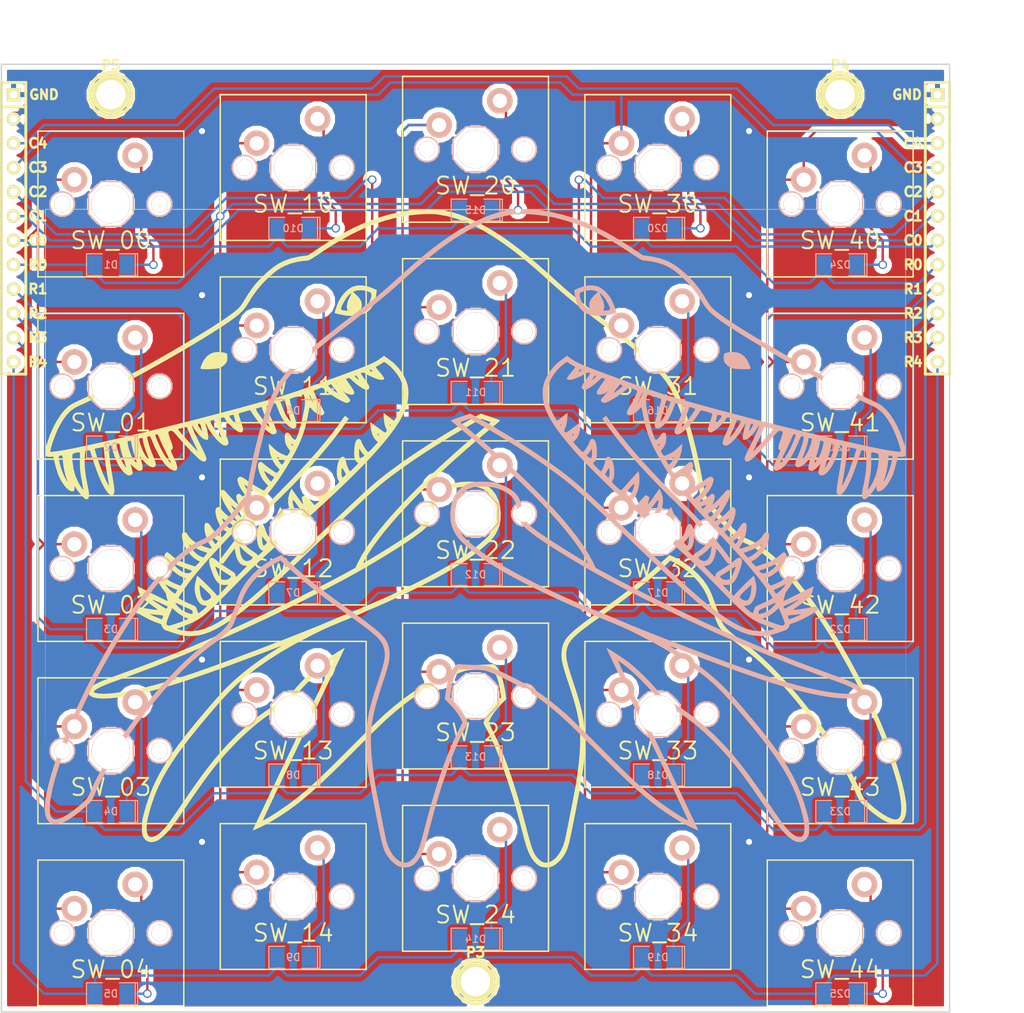
<source format=kicad_pcb>
(kicad_pcb (version 3) (host pcbnew "(2013-jul-07)-stable")
  (layers (15 F.Cu signal) (0 B.Cu signal hide) (18 B.Paste user hide) (19 F.Paste user) (20 B.SilkS user hide) (21 F.SilkS user) (22 B.Mask user hide) (23 F.Mask user) (28 Edge.Cuts user))
  (net 0 "")
  (net 1 C0)
  (net 2 C1)
  (net 3 C2)
  (net 4 C3)
  (net 5 C4)
  (net 6 GND)
  (net 7 N-0000010)
  (net 8 N-0000012)
  (net 9 N-0000013)
  (net 10 N-0000015)
  (net 11 N-0000016)
  (net 12 N-0000017)
  (net 13 N-0000018)
  (net 14 N-0000019)
  (net 15 N-0000020)
  (net 16 N-0000022)
  (net 17 N-0000024)
  (net 18 N-0000026)
  (net 19 N-000003)
  (net 20 N-0000030)
  (net 21 N-0000031)
  (net 22 N-0000032)
  (net 23 N-0000033)
  (net 24 N-0000035)
  (net 25 N-0000036)
  (net 26 N-000004)
  (net 27 N-000005)
  (net 28 N-000006)
  (net 29 N-000007)
  (net 30 N-000008)
  (net 31 N-000009)
  (net 32 R0)
  (net 33 R1)
  (net 34 R2)
  (net 35 R3)
  (net 36 R4)
  (module SW_PCB_2PIN (layer F.Cu) (at 55.88 93.345)
    (fp_text reference SW8 hide)
    (fp_text value SW_13 (at 0 3.81) (layer F.SilkS) (effects (font (size 1.778 1.778) (thickness 0.2032))))
    (pad 1 thru_hole circle (at 2.54 -5.08) (size 2.667 2.667) (drill 1.4986) (layers *.Cu *.SilkS *.Mask) (net 7 N-0000010))
    (pad 2 thru_hole circle (at -3.81 -2.54) (size 2.667 2.667) (drill 1.4986) (layers *.Cu *.SilkS *.Mask) (net 2 C1))
    (pad HOLE thru_hole circle (at 5.08 0) (size 1.7018 1.7018) (drill 1.7018) (layers *.Cu))
    (pad HOLE thru_hole circle (at -5.08 0) (size 1.7018 1.7018) (drill 1.7018) (layers *.Cu))
    (pad HOLE thru_hole circle (at 0 0) (size 3.9878 3.9878) (drill 3.9878) (layers *.Cu))
  )
  (module SW_PCB_2PIN (layer F.Cu) (at 36.83 97.155)
    (fp_text reference SW4 hide)
    (fp_text value SW_03 (at 0 3.81) (layer F.SilkS) (effects (font (size 1.778 1.778) (thickness 0.2032))))
    (pad 1 thru_hole circle (at 2.54 -5.08) (size 2.667 2.667) (drill 1.4986) (layers *.Cu *.SilkS *.Mask) (net 8 N-0000012))
    (pad 2 thru_hole circle (at -3.81 -2.54) (size 2.667 2.667) (drill 1.4986) (layers *.Cu *.SilkS *.Mask) (net 1 C0))
    (pad HOLE thru_hole circle (at 5.08 0) (size 1.7018 1.7018) (drill 1.7018) (layers *.Cu))
    (pad HOLE thru_hole circle (at -5.08 0) (size 1.7018 1.7018) (drill 1.7018) (layers *.Cu))
    (pad HOLE thru_hole circle (at 0 0) (size 3.9878 3.9878) (drill 3.9878) (layers *.Cu))
  )
  (module SW_PCB_2PIN (layer F.Cu) (at 113.03 78.105)
    (fp_text reference SW22 hide)
    (fp_text value SW_42 (at 0 3.81) (layer F.SilkS) (effects (font (size 1.778 1.778) (thickness 0.2032))))
    (pad 1 thru_hole circle (at 2.54 -5.08) (size 2.667 2.667) (drill 1.4986) (layers *.Cu *.SilkS *.Mask) (net 9 N-0000013))
    (pad 2 thru_hole circle (at -3.81 -2.54) (size 2.667 2.667) (drill 1.4986) (layers *.Cu *.SilkS *.Mask) (net 5 C4))
    (pad HOLE thru_hole circle (at 5.08 0) (size 1.7018 1.7018) (drill 1.7018) (layers *.Cu))
    (pad HOLE thru_hole circle (at -5.08 0) (size 1.7018 1.7018) (drill 1.7018) (layers *.Cu))
    (pad HOLE thru_hole circle (at 0 0) (size 3.9878 3.9878) (drill 3.9878) (layers *.Cu))
  )
  (module SW_PCB_2PIN (layer F.Cu) (at 74.93 91.44)
    (fp_text reference SW13 hide)
    (fp_text value SW_23 (at 0 3.81) (layer F.SilkS) (effects (font (size 1.778 1.778) (thickness 0.2032))))
    (pad 1 thru_hole circle (at 2.54 -5.08) (size 2.667 2.667) (drill 1.4986) (layers *.Cu *.SilkS *.Mask) (net 31 N-000009))
    (pad 2 thru_hole circle (at -3.81 -2.54) (size 2.667 2.667) (drill 1.4986) (layers *.Cu *.SilkS *.Mask) (net 3 C2))
    (pad HOLE thru_hole circle (at 5.08 0) (size 1.7018 1.7018) (drill 1.7018) (layers *.Cu))
    (pad HOLE thru_hole circle (at -5.08 0) (size 1.7018 1.7018) (drill 1.7018) (layers *.Cu))
    (pad HOLE thru_hole circle (at 0 0) (size 3.9878 3.9878) (drill 3.9878) (layers *.Cu))
  )
  (module SW_PCB_2PIN (layer F.Cu) (at 93.98 74.295)
    (fp_text reference SW17 hide)
    (fp_text value SW_32 (at 0 3.81) (layer F.SilkS) (effects (font (size 1.778 1.778) (thickness 0.2032))))
    (pad 1 thru_hole circle (at 2.54 -5.08) (size 2.667 2.667) (drill 1.4986) (layers *.Cu *.SilkS *.Mask) (net 19 N-000003))
    (pad 2 thru_hole circle (at -3.81 -2.54) (size 2.667 2.667) (drill 1.4986) (layers *.Cu *.SilkS *.Mask) (net 4 C3))
    (pad HOLE thru_hole circle (at 5.08 0) (size 1.7018 1.7018) (drill 1.7018) (layers *.Cu))
    (pad HOLE thru_hole circle (at -5.08 0) (size 1.7018 1.7018) (drill 1.7018) (layers *.Cu))
    (pad HOLE thru_hole circle (at 0 0) (size 3.9878 3.9878) (drill 3.9878) (layers *.Cu))
  )
  (module SW_PCB_2PIN (layer F.Cu) (at 74.93 72.39)
    (fp_text reference SW12 hide)
    (fp_text value SW_22 (at 0 3.81) (layer F.SilkS) (effects (font (size 1.778 1.778) (thickness 0.2032))))
    (pad 1 thru_hole circle (at 2.54 -5.08) (size 2.667 2.667) (drill 1.4986) (layers *.Cu *.SilkS *.Mask) (net 26 N-000004))
    (pad 2 thru_hole circle (at -3.81 -2.54) (size 2.667 2.667) (drill 1.4986) (layers *.Cu *.SilkS *.Mask) (net 3 C2))
    (pad HOLE thru_hole circle (at 5.08 0) (size 1.7018 1.7018) (drill 1.7018) (layers *.Cu))
    (pad HOLE thru_hole circle (at -5.08 0) (size 1.7018 1.7018) (drill 1.7018) (layers *.Cu))
    (pad HOLE thru_hole circle (at 0 0) (size 3.9878 3.9878) (drill 3.9878) (layers *.Cu))
  )
  (module SW_PCB_2PIN (layer F.Cu) (at 93.98 93.345)
    (fp_text reference SW18 hide)
    (fp_text value SW_33 (at 0 3.81) (layer F.SilkS) (effects (font (size 1.778 1.778) (thickness 0.2032))))
    (pad 1 thru_hole circle (at 2.54 -5.08) (size 2.667 2.667) (drill 1.4986) (layers *.Cu *.SilkS *.Mask) (net 30 N-000008))
    (pad 2 thru_hole circle (at -3.81 -2.54) (size 2.667 2.667) (drill 1.4986) (layers *.Cu *.SilkS *.Mask) (net 4 C3))
    (pad HOLE thru_hole circle (at 5.08 0) (size 1.7018 1.7018) (drill 1.7018) (layers *.Cu))
    (pad HOLE thru_hole circle (at -5.08 0) (size 1.7018 1.7018) (drill 1.7018) (layers *.Cu))
    (pad HOLE thru_hole circle (at 0 0) (size 3.9878 3.9878) (drill 3.9878) (layers *.Cu))
  )
  (module SW_PCB_2PIN (layer F.Cu) (at 55.88 74.295)
    (fp_text reference SW7 hide)
    (fp_text value SW_12 (at 0 3.81) (layer F.SilkS) (effects (font (size 1.778 1.778) (thickness 0.2032))))
    (pad 1 thru_hole circle (at 2.54 -5.08) (size 2.667 2.667) (drill 1.4986) (layers *.Cu *.SilkS *.Mask) (net 27 N-000005))
    (pad 2 thru_hole circle (at -3.81 -2.54) (size 2.667 2.667) (drill 1.4986) (layers *.Cu *.SilkS *.Mask) (net 2 C1))
    (pad HOLE thru_hole circle (at 5.08 0) (size 1.7018 1.7018) (drill 1.7018) (layers *.Cu))
    (pad HOLE thru_hole circle (at -5.08 0) (size 1.7018 1.7018) (drill 1.7018) (layers *.Cu))
    (pad HOLE thru_hole circle (at 0 0) (size 3.9878 3.9878) (drill 3.9878) (layers *.Cu))
  )
  (module SW_PCB_2PIN (layer F.Cu) (at 36.83 78.105)
    (fp_text reference SW3 hide)
    (fp_text value SW_02 (at 0 3.81) (layer F.SilkS) (effects (font (size 1.778 1.778) (thickness 0.2032))))
    (pad 1 thru_hole circle (at 2.54 -5.08) (size 2.667 2.667) (drill 1.4986) (layers *.Cu *.SilkS *.Mask) (net 28 N-000006))
    (pad 2 thru_hole circle (at -3.81 -2.54) (size 2.667 2.667) (drill 1.4986) (layers *.Cu *.SilkS *.Mask) (net 1 C0))
    (pad HOLE thru_hole circle (at 5.08 0) (size 1.7018 1.7018) (drill 1.7018) (layers *.Cu))
    (pad HOLE thru_hole circle (at -5.08 0) (size 1.7018 1.7018) (drill 1.7018) (layers *.Cu))
    (pad HOLE thru_hole circle (at 0 0) (size 3.9878 3.9878) (drill 3.9878) (layers *.Cu))
  )
  (module SW_PCB_2PIN (layer F.Cu) (at 113.03 97.155)
    (fp_text reference SW23 hide)
    (fp_text value SW_43 (at 0 3.81) (layer F.SilkS) (effects (font (size 1.778 1.778) (thickness 0.2032))))
    (pad 1 thru_hole circle (at 2.54 -5.08) (size 2.667 2.667) (drill 1.4986) (layers *.Cu *.SilkS *.Mask) (net 23 N-0000033))
    (pad 2 thru_hole circle (at -3.81 -2.54) (size 2.667 2.667) (drill 1.4986) (layers *.Cu *.SilkS *.Mask) (net 5 C4))
    (pad HOLE thru_hole circle (at 5.08 0) (size 1.7018 1.7018) (drill 1.7018) (layers *.Cu))
    (pad HOLE thru_hole circle (at -5.08 0) (size 1.7018 1.7018) (drill 1.7018) (layers *.Cu))
    (pad HOLE thru_hole circle (at 0 0) (size 3.9878 3.9878) (drill 3.9878) (layers *.Cu))
  )
  (module SW_PCB_2PIN (layer F.Cu) (at 113.03 59.055)
    (fp_text reference SW21 hide)
    (fp_text value SW_41 (at 0 3.81) (layer F.SilkS) (effects (font (size 1.778 1.778) (thickness 0.2032))))
    (pad 1 thru_hole circle (at 2.54 -5.08) (size 2.667 2.667) (drill 1.4986) (layers *.Cu *.SilkS *.Mask) (net 29 N-000007))
    (pad 2 thru_hole circle (at -3.81 -2.54) (size 2.667 2.667) (drill 1.4986) (layers *.Cu *.SilkS *.Mask) (net 5 C4))
    (pad HOLE thru_hole circle (at 5.08 0) (size 1.7018 1.7018) (drill 1.7018) (layers *.Cu))
    (pad HOLE thru_hole circle (at -5.08 0) (size 1.7018 1.7018) (drill 1.7018) (layers *.Cu))
    (pad HOLE thru_hole circle (at 0 0) (size 3.9878 3.9878) (drill 3.9878) (layers *.Cu))
  )
  (module SW_PCB_2PIN (layer F.Cu) (at 93.98 55.245)
    (fp_text reference SW16 hide)
    (fp_text value SW_31 (at 0 3.81) (layer F.SilkS) (effects (font (size 1.778 1.778) (thickness 0.2032))))
    (pad 1 thru_hole circle (at 2.54 -5.08) (size 2.667 2.667) (drill 1.4986) (layers *.Cu *.SilkS *.Mask) (net 15 N-0000020))
    (pad 2 thru_hole circle (at -3.81 -2.54) (size 2.667 2.667) (drill 1.4986) (layers *.Cu *.SilkS *.Mask) (net 4 C3))
    (pad HOLE thru_hole circle (at 5.08 0) (size 1.7018 1.7018) (drill 1.7018) (layers *.Cu))
    (pad HOLE thru_hole circle (at -5.08 0) (size 1.7018 1.7018) (drill 1.7018) (layers *.Cu))
    (pad HOLE thru_hole circle (at 0 0) (size 3.9878 3.9878) (drill 3.9878) (layers *.Cu))
  )
  (module SW_PCB_2PIN (layer F.Cu) (at 36.83 116.205)
    (fp_text reference SW5 hide)
    (fp_text value SW_04 (at 0 3.81) (layer F.SilkS) (effects (font (size 1.778 1.778) (thickness 0.2032))))
    (pad 1 thru_hole circle (at 2.54 -5.08) (size 2.667 2.667) (drill 1.4986) (layers *.Cu *.SilkS *.Mask) (net 22 N-0000032))
    (pad 2 thru_hole circle (at -3.81 -2.54) (size 2.667 2.667) (drill 1.4986) (layers *.Cu *.SilkS *.Mask) (net 1 C0))
    (pad HOLE thru_hole circle (at 5.08 0) (size 1.7018 1.7018) (drill 1.7018) (layers *.Cu))
    (pad HOLE thru_hole circle (at -5.08 0) (size 1.7018 1.7018) (drill 1.7018) (layers *.Cu))
    (pad HOLE thru_hole circle (at 0 0) (size 3.9878 3.9878) (drill 3.9878) (layers *.Cu))
  )
  (module SW_PCB_2PIN (layer F.Cu) (at 74.93 53.34)
    (fp_text reference SW11 hide)
    (fp_text value SW_21 (at 0 3.81) (layer F.SilkS) (effects (font (size 1.778 1.778) (thickness 0.2032))))
    (pad 1 thru_hole circle (at 2.54 -5.08) (size 2.667 2.667) (drill 1.4986) (layers *.Cu *.SilkS *.Mask) (net 16 N-0000022))
    (pad 2 thru_hole circle (at -3.81 -2.54) (size 2.667 2.667) (drill 1.4986) (layers *.Cu *.SilkS *.Mask) (net 3 C2))
    (pad HOLE thru_hole circle (at 5.08 0) (size 1.7018 1.7018) (drill 1.7018) (layers *.Cu))
    (pad HOLE thru_hole circle (at -5.08 0) (size 1.7018 1.7018) (drill 1.7018) (layers *.Cu))
    (pad HOLE thru_hole circle (at 0 0) (size 3.9878 3.9878) (drill 3.9878) (layers *.Cu))
  )
  (module SW_PCB_2PIN (layer F.Cu) (at 55.88 55.245)
    (fp_text reference SW6 hide)
    (fp_text value SW_11 (at 0 3.81) (layer F.SilkS) (effects (font (size 1.778 1.778) (thickness 0.2032))))
    (pad 1 thru_hole circle (at 2.54 -5.08) (size 2.667 2.667) (drill 1.4986) (layers *.Cu *.SilkS *.Mask) (net 17 N-0000024))
    (pad 2 thru_hole circle (at -3.81 -2.54) (size 2.667 2.667) (drill 1.4986) (layers *.Cu *.SilkS *.Mask) (net 2 C1))
    (pad HOLE thru_hole circle (at 5.08 0) (size 1.7018 1.7018) (drill 1.7018) (layers *.Cu))
    (pad HOLE thru_hole circle (at -5.08 0) (size 1.7018 1.7018) (drill 1.7018) (layers *.Cu))
    (pad HOLE thru_hole circle (at 0 0) (size 3.9878 3.9878) (drill 3.9878) (layers *.Cu))
  )
  (module SW_PCB_2PIN (layer F.Cu) (at 55.88 112.395)
    (fp_text reference SW9 hide)
    (fp_text value SW_14 (at 0 3.81) (layer F.SilkS) (effects (font (size 1.778 1.778) (thickness 0.2032))))
    (pad 1 thru_hole circle (at 2.54 -5.08) (size 2.667 2.667) (drill 1.4986) (layers *.Cu *.SilkS *.Mask) (net 21 N-0000031))
    (pad 2 thru_hole circle (at -3.81 -2.54) (size 2.667 2.667) (drill 1.4986) (layers *.Cu *.SilkS *.Mask) (net 2 C1))
    (pad HOLE thru_hole circle (at 5.08 0) (size 1.7018 1.7018) (drill 1.7018) (layers *.Cu))
    (pad HOLE thru_hole circle (at -5.08 0) (size 1.7018 1.7018) (drill 1.7018) (layers *.Cu))
    (pad HOLE thru_hole circle (at 0 0) (size 3.9878 3.9878) (drill 3.9878) (layers *.Cu))
  )
  (module SW_PCB_2PIN (layer F.Cu) (at 36.83 40.005)
    (fp_text reference SW1 hide)
    (fp_text value SW_00 (at 0 3.81) (layer F.SilkS) (effects (font (size 1.778 1.778) (thickness 0.2032))))
    (pad 1 thru_hole circle (at 2.54 -5.08) (size 2.667 2.667) (drill 1.4986) (layers *.Cu *.SilkS *.Mask) (net 14 N-0000019))
    (pad 2 thru_hole circle (at -3.81 -2.54) (size 2.667 2.667) (drill 1.4986) (layers *.Cu *.SilkS *.Mask) (net 1 C0))
    (pad HOLE thru_hole circle (at 5.08 0) (size 1.7018 1.7018) (drill 1.7018) (layers *.Cu))
    (pad HOLE thru_hole circle (at -5.08 0) (size 1.7018 1.7018) (drill 1.7018) (layers *.Cu))
    (pad HOLE thru_hole circle (at 0 0) (size 3.9878 3.9878) (drill 3.9878) (layers *.Cu))
  )
  (module SW_PCB_2PIN (layer F.Cu) (at 36.83 59.055)
    (fp_text reference SW2 hide)
    (fp_text value SW_01 (at 0 3.81) (layer F.SilkS) (effects (font (size 1.778 1.778) (thickness 0.2032))))
    (pad 1 thru_hole circle (at 2.54 -5.08) (size 2.667 2.667) (drill 1.4986) (layers *.Cu *.SilkS *.Mask) (net 18 N-0000026))
    (pad 2 thru_hole circle (at -3.81 -2.54) (size 2.667 2.667) (drill 1.4986) (layers *.Cu *.SilkS *.Mask) (net 1 C0))
    (pad HOLE thru_hole circle (at 5.08 0) (size 1.7018 1.7018) (drill 1.7018) (layers *.Cu))
    (pad HOLE thru_hole circle (at -5.08 0) (size 1.7018 1.7018) (drill 1.7018) (layers *.Cu))
    (pad HOLE thru_hole circle (at 0 0) (size 3.9878 3.9878) (drill 3.9878) (layers *.Cu))
  )
  (module SW_PCB_2PIN (layer F.Cu) (at 113.03 40.005)
    (fp_text reference SW24 hide)
    (fp_text value SW_40 (at 0 3.81) (layer F.SilkS) (effects (font (size 1.778 1.778) (thickness 0.2032))))
    (pad 1 thru_hole circle (at 2.54 -5.08) (size 2.667 2.667) (drill 1.4986) (layers *.Cu *.SilkS *.Mask) (net 12 N-0000017))
    (pad 2 thru_hole circle (at -3.81 -2.54) (size 2.667 2.667) (drill 1.4986) (layers *.Cu *.SilkS *.Mask) (net 5 C4))
    (pad HOLE thru_hole circle (at 5.08 0) (size 1.7018 1.7018) (drill 1.7018) (layers *.Cu))
    (pad HOLE thru_hole circle (at -5.08 0) (size 1.7018 1.7018) (drill 1.7018) (layers *.Cu))
    (pad HOLE thru_hole circle (at 0 0) (size 3.9878 3.9878) (drill 3.9878) (layers *.Cu))
  )
  (module SW_PCB_2PIN (layer F.Cu) (at 93.98 36.195)
    (fp_text reference SW20 hide)
    (fp_text value SW_30 (at 0 3.81) (layer F.SilkS) (effects (font (size 1.778 1.778) (thickness 0.2032))))
    (pad 1 thru_hole circle (at 2.54 -5.08) (size 2.667 2.667) (drill 1.4986) (layers *.Cu *.SilkS *.Mask) (net 10 N-0000015))
    (pad 2 thru_hole circle (at -3.81 -2.54) (size 2.667 2.667) (drill 1.4986) (layers *.Cu *.SilkS *.Mask) (net 4 C3))
    (pad HOLE thru_hole circle (at 5.08 0) (size 1.7018 1.7018) (drill 1.7018) (layers *.Cu))
    (pad HOLE thru_hole circle (at -5.08 0) (size 1.7018 1.7018) (drill 1.7018) (layers *.Cu))
    (pad HOLE thru_hole circle (at 0 0) (size 3.9878 3.9878) (drill 3.9878) (layers *.Cu))
  )
  (module SW_PCB_2PIN (layer F.Cu) (at 74.93 34.29)
    (fp_text reference SW15 hide)
    (fp_text value SW_20 (at 0 3.81) (layer F.SilkS) (effects (font (size 1.778 1.778) (thickness 0.2032))))
    (pad 1 thru_hole circle (at 2.54 -5.08) (size 2.667 2.667) (drill 1.4986) (layers *.Cu *.SilkS *.Mask) (net 11 N-0000016))
    (pad 2 thru_hole circle (at -3.81 -2.54) (size 2.667 2.667) (drill 1.4986) (layers *.Cu *.SilkS *.Mask) (net 3 C2))
    (pad HOLE thru_hole circle (at 5.08 0) (size 1.7018 1.7018) (drill 1.7018) (layers *.Cu))
    (pad HOLE thru_hole circle (at -5.08 0) (size 1.7018 1.7018) (drill 1.7018) (layers *.Cu))
    (pad HOLE thru_hole circle (at 0 0) (size 3.9878 3.9878) (drill 3.9878) (layers *.Cu))
  )
  (module SW_PCB_2PIN (layer F.Cu) (at 55.88 36.195)
    (fp_text reference SW10 hide)
    (fp_text value SW_10 (at 0 3.81) (layer F.SilkS) (effects (font (size 1.778 1.778) (thickness 0.2032))))
    (pad 1 thru_hole circle (at 2.54 -5.08) (size 2.667 2.667) (drill 1.4986) (layers *.Cu *.SilkS *.Mask) (net 13 N-0000018))
    (pad 2 thru_hole circle (at -3.81 -2.54) (size 2.667 2.667) (drill 1.4986) (layers *.Cu *.SilkS *.Mask) (net 2 C1))
    (pad HOLE thru_hole circle (at 5.08 0) (size 1.7018 1.7018) (drill 1.7018) (layers *.Cu))
    (pad HOLE thru_hole circle (at -5.08 0) (size 1.7018 1.7018) (drill 1.7018) (layers *.Cu))
    (pad HOLE thru_hole circle (at 0 0) (size 3.9878 3.9878) (drill 3.9878) (layers *.Cu))
  )
  (module SW_PCB_2PIN (layer F.Cu) (at 74.93 110.49)
    (fp_text reference SW14 hide)
    (fp_text value SW_24 (at 0 3.81) (layer F.SilkS) (effects (font (size 1.778 1.778) (thickness 0.2032))))
    (pad 1 thru_hole circle (at 2.54 -5.08) (size 2.667 2.667) (drill 1.4986) (layers *.Cu *.SilkS *.Mask) (net 20 N-0000030))
    (pad 2 thru_hole circle (at -3.81 -2.54) (size 2.667 2.667) (drill 1.4986) (layers *.Cu *.SilkS *.Mask) (net 3 C2))
    (pad HOLE thru_hole circle (at 5.08 0) (size 1.7018 1.7018) (drill 1.7018) (layers *.Cu))
    (pad HOLE thru_hole circle (at -5.08 0) (size 1.7018 1.7018) (drill 1.7018) (layers *.Cu))
    (pad HOLE thru_hole circle (at 0 0) (size 3.9878 3.9878) (drill 3.9878) (layers *.Cu))
  )
  (module SW_PCB_2PIN (layer F.Cu) (at 93.98 112.395)
    (fp_text reference SW19 hide)
    (fp_text value SW_34 (at 0 3.81) (layer F.SilkS) (effects (font (size 1.778 1.778) (thickness 0.2032))))
    (pad 1 thru_hole circle (at 2.54 -5.08) (size 2.667 2.667) (drill 1.4986) (layers *.Cu *.SilkS *.Mask) (net 25 N-0000036))
    (pad 2 thru_hole circle (at -3.81 -2.54) (size 2.667 2.667) (drill 1.4986) (layers *.Cu *.SilkS *.Mask) (net 4 C3))
    (pad HOLE thru_hole circle (at 5.08 0) (size 1.7018 1.7018) (drill 1.7018) (layers *.Cu))
    (pad HOLE thru_hole circle (at -5.08 0) (size 1.7018 1.7018) (drill 1.7018) (layers *.Cu))
    (pad HOLE thru_hole circle (at 0 0) (size 3.9878 3.9878) (drill 3.9878) (layers *.Cu))
  )
  (module SW_PCB_2PIN (layer F.Cu) (at 113.03 116.205)
    (fp_text reference SW25 hide)
    (fp_text value SW_44 (at 0 3.81) (layer F.SilkS) (effects (font (size 1.778 1.778) (thickness 0.2032))))
    (pad 1 thru_hole circle (at 2.54 -5.08) (size 2.667 2.667) (drill 1.4986) (layers *.Cu *.SilkS *.Mask) (net 24 N-0000035))
    (pad 2 thru_hole circle (at -3.81 -2.54) (size 2.667 2.667) (drill 1.4986) (layers *.Cu *.SilkS *.Mask) (net 5 C4))
    (pad HOLE thru_hole circle (at 5.08 0) (size 1.7018 1.7018) (drill 1.7018) (layers *.Cu))
    (pad HOLE thru_hole circle (at -5.08 0) (size 1.7018 1.7018) (drill 1.7018) (layers *.Cu))
    (pad HOLE thru_hole circle (at 0 0) (size 3.9878 3.9878) (drill 3.9878) (layers *.Cu))
  )
  (module SM1206POL (layer B.Cu) (at 93.98 118.745 180)
    (fp_text reference D19 (at 0 0 180) (layer B.SilkS) (effects (font (size 0.762 0.762) (thickness 0.127)) (justify mirror)))
    (fp_text value DIODE hide)
    (pad 1 smd rect (at -1.651 0 180) (size 1.524 2.032) (layers B.Cu B.Paste B.Mask) (net 25 N-0000036))
    (pad 2 smd rect (at 1.651 0 180) (size 1.524 2.032) (layers B.Cu B.Paste B.Mask) (net 36 R4))
  )
  (module SM1206POL (layer B.Cu) (at 55.88 99.695 180)
    (fp_text reference D8 (at 0 0 180) (layer B.SilkS) (effects (font (size 0.762 0.762) (thickness 0.127)) (justify mirror)))
    (fp_text value DIODE hide)
    (pad 1 smd rect (at -1.651 0 180) (size 1.524 2.032) (layers B.Cu B.Paste B.Mask) (net 7 N-0000010))
    (pad 2 smd rect (at 1.651 0 180) (size 1.524 2.032) (layers B.Cu B.Paste B.Mask) (net 35 R3))
  )
  (module SM1206POL (layer B.Cu) (at 74.93 116.84 180)
    (fp_text reference D14 (at 0 0 180) (layer B.SilkS) (effects (font (size 0.762 0.762) (thickness 0.127)) (justify mirror)))
    (fp_text value DIODE hide)
    (pad 1 smd rect (at -1.651 0 180) (size 1.524 2.032) (layers B.Cu B.Paste B.Mask) (net 20 N-0000030))
    (pad 2 smd rect (at 1.651 0 180) (size 1.524 2.032) (layers B.Cu B.Paste B.Mask) (net 36 R4))
  )
  (module SM1206POL (layer B.Cu) (at 74.93 97.79 180)
    (fp_text reference D13 (at 0 0 180) (layer B.SilkS) (effects (font (size 0.762 0.762) (thickness 0.127)) (justify mirror)))
    (fp_text value DIODE hide)
    (pad 1 smd rect (at -1.651 0 180) (size 1.524 2.032) (layers B.Cu B.Paste B.Mask) (net 31 N-000009))
    (pad 2 smd rect (at 1.651 0 180) (size 1.524 2.032) (layers B.Cu B.Paste B.Mask) (net 35 R3))
  )
  (module SM1206POL (layer B.Cu) (at 55.88 118.745 180)
    (fp_text reference D9 (at 0 0 180) (layer B.SilkS) (effects (font (size 0.762 0.762) (thickness 0.127)) (justify mirror)))
    (fp_text value DIODE hide)
    (pad 1 smd rect (at -1.651 0 180) (size 1.524 2.032) (layers B.Cu B.Paste B.Mask) (net 21 N-0000031))
    (pad 2 smd rect (at 1.651 0 180) (size 1.524 2.032) (layers B.Cu B.Paste B.Mask) (net 36 R4))
  )
  (module SM1206POL (layer B.Cu) (at 93.98 99.695 180)
    (fp_text reference D18 (at 0 0 180) (layer B.SilkS) (effects (font (size 0.762 0.762) (thickness 0.127)) (justify mirror)))
    (fp_text value DIODE hide)
    (pad 1 smd rect (at -1.651 0 180) (size 1.524 2.032) (layers B.Cu B.Paste B.Mask) (net 30 N-000008))
    (pad 2 smd rect (at 1.651 0 180) (size 1.524 2.032) (layers B.Cu B.Paste B.Mask) (net 35 R3))
  )
  (module SM1206POL (layer B.Cu) (at 113.03 103.505 180)
    (fp_text reference D23 (at 0 0 180) (layer B.SilkS) (effects (font (size 0.762 0.762) (thickness 0.127)) (justify mirror)))
    (fp_text value DIODE hide)
    (pad 1 smd rect (at -1.651 0 180) (size 1.524 2.032) (layers B.Cu B.Paste B.Mask) (net 23 N-0000033))
    (pad 2 smd rect (at 1.651 0 180) (size 1.524 2.032) (layers B.Cu B.Paste B.Mask) (net 35 R3))
  )
  (module SM1206POL (layer B.Cu) (at 36.83 122.555 180)
    (fp_text reference D5 (at 0 0 180) (layer B.SilkS) (effects (font (size 0.762 0.762) (thickness 0.127)) (justify mirror)))
    (fp_text value DIODE hide)
    (pad 1 smd rect (at -1.651 0 180) (size 1.524 2.032) (layers B.Cu B.Paste B.Mask) (net 22 N-0000032))
    (pad 2 smd rect (at 1.651 0 180) (size 1.524 2.032) (layers B.Cu B.Paste B.Mask) (net 36 R4))
  )
  (module SM1206POL (layer B.Cu) (at 36.83 46.355 180)
    (fp_text reference D1 (at 0 0 180) (layer B.SilkS) (effects (font (size 0.762 0.762) (thickness 0.127)) (justify mirror)))
    (fp_text value DIODE hide)
    (pad 1 smd rect (at -1.651 0 180) (size 1.524 2.032) (layers B.Cu B.Paste B.Mask) (net 14 N-0000019))
    (pad 2 smd rect (at 1.651 0 180) (size 1.524 2.032) (layers B.Cu B.Paste B.Mask) (net 32 R0))
  )
  (module SM1206POL (layer B.Cu) (at 55.88 42.545 180)
    (fp_text reference D10 (at 0 0 180) (layer B.SilkS) (effects (font (size 0.762 0.762) (thickness 0.127)) (justify mirror)))
    (fp_text value DIODE hide)
    (pad 1 smd rect (at -1.651 0 180) (size 1.524 2.032) (layers B.Cu B.Paste B.Mask) (net 13 N-0000018))
    (pad 2 smd rect (at 1.651 0 180) (size 1.524 2.032) (layers B.Cu B.Paste B.Mask) (net 32 R0))
  )
  (module SM1206POL (layer B.Cu) (at 74.93 40.64 180)
    (fp_text reference D15 (at 0 0 180) (layer B.SilkS) (effects (font (size 0.762 0.762) (thickness 0.127)) (justify mirror)))
    (fp_text value DIODE hide)
    (pad 1 smd rect (at -1.651 0 180) (size 1.524 2.032) (layers B.Cu B.Paste B.Mask) (net 11 N-0000016))
    (pad 2 smd rect (at 1.651 0 180) (size 1.524 2.032) (layers B.Cu B.Paste B.Mask) (net 32 R0))
  )
  (module SM1206POL (layer B.Cu) (at 93.98 42.545 180)
    (fp_text reference D20 (at 0 0 180) (layer B.SilkS) (effects (font (size 0.762 0.762) (thickness 0.127)) (justify mirror)))
    (fp_text value DIODE hide)
    (pad 1 smd rect (at -1.651 0 180) (size 1.524 2.032) (layers B.Cu B.Paste B.Mask) (net 10 N-0000015))
    (pad 2 smd rect (at 1.651 0 180) (size 1.524 2.032) (layers B.Cu B.Paste B.Mask) (net 32 R0))
  )
  (module SM1206POL (layer B.Cu) (at 113.03 46.355 180)
    (fp_text reference D24 (at 0 0 180) (layer B.SilkS) (effects (font (size 0.762 0.762) (thickness 0.127)) (justify mirror)))
    (fp_text value DIODE hide)
    (pad 1 smd rect (at -1.651 0 180) (size 1.524 2.032) (layers B.Cu B.Paste B.Mask) (net 12 N-0000017))
    (pad 2 smd rect (at 1.651 0 180) (size 1.524 2.032) (layers B.Cu B.Paste B.Mask) (net 32 R0))
  )
  (module SM1206POL (layer B.Cu) (at 36.83 65.405 180)
    (fp_text reference D2 (at 0 0 180) (layer B.SilkS) (effects (font (size 0.762 0.762) (thickness 0.127)) (justify mirror)))
    (fp_text value DIODE hide)
    (pad 1 smd rect (at -1.651 0 180) (size 1.524 2.032) (layers B.Cu B.Paste B.Mask) (net 18 N-0000026))
    (pad 2 smd rect (at 1.651 0 180) (size 1.524 2.032) (layers B.Cu B.Paste B.Mask) (net 33 R1))
  )
  (module SM1206POL (layer B.Cu) (at 55.88 61.595 180)
    (fp_text reference D6 (at 0 0 180) (layer B.SilkS) (effects (font (size 0.762 0.762) (thickness 0.127)) (justify mirror)))
    (fp_text value DIODE hide)
    (pad 1 smd rect (at -1.651 0 180) (size 1.524 2.032) (layers B.Cu B.Paste B.Mask) (net 17 N-0000024))
    (pad 2 smd rect (at 1.651 0 180) (size 1.524 2.032) (layers B.Cu B.Paste B.Mask) (net 33 R1))
  )
  (module SM1206POL (layer B.Cu) (at 74.93 59.69 180)
    (fp_text reference D11 (at 0 0 180) (layer B.SilkS) (effects (font (size 0.762 0.762) (thickness 0.127)) (justify mirror)))
    (fp_text value DIODE hide)
    (pad 1 smd rect (at -1.651 0 180) (size 1.524 2.032) (layers B.Cu B.Paste B.Mask) (net 16 N-0000022))
    (pad 2 smd rect (at 1.651 0 180) (size 1.524 2.032) (layers B.Cu B.Paste B.Mask) (net 33 R1))
  )
  (module SM1206POL (layer B.Cu) (at 93.98 61.595 180)
    (fp_text reference D16 (at 0 0 180) (layer B.SilkS) (effects (font (size 0.762 0.762) (thickness 0.127)) (justify mirror)))
    (fp_text value DIODE hide)
    (pad 1 smd rect (at -1.651 0 180) (size 1.524 2.032) (layers B.Cu B.Paste B.Mask) (net 15 N-0000020))
    (pad 2 smd rect (at 1.651 0 180) (size 1.524 2.032) (layers B.Cu B.Paste B.Mask) (net 33 R1))
  )
  (module SM1206POL (layer B.Cu) (at 113.03 65.405 180)
    (fp_text reference D21 (at 0 0 180) (layer B.SilkS) (effects (font (size 0.762 0.762) (thickness 0.127)) (justify mirror)))
    (fp_text value DIODE hide)
    (pad 1 smd rect (at -1.651 0 180) (size 1.524 2.032) (layers B.Cu B.Paste B.Mask) (net 29 N-000007))
    (pad 2 smd rect (at 1.651 0 180) (size 1.524 2.032) (layers B.Cu B.Paste B.Mask) (net 33 R1))
  )
  (module SM1206POL (layer B.Cu) (at 36.83 84.455 180)
    (fp_text reference D3 (at 0 0 180) (layer B.SilkS) (effects (font (size 0.762 0.762) (thickness 0.127)) (justify mirror)))
    (fp_text value DIODE hide)
    (pad 1 smd rect (at -1.651 0 180) (size 1.524 2.032) (layers B.Cu B.Paste B.Mask) (net 28 N-000006))
    (pad 2 smd rect (at 1.651 0 180) (size 1.524 2.032) (layers B.Cu B.Paste B.Mask) (net 34 R2))
  )
  (module SM1206POL (layer B.Cu) (at 55.88 80.645 180)
    (fp_text reference D7 (at 0 0 180) (layer B.SilkS) (effects (font (size 0.762 0.762) (thickness 0.127)) (justify mirror)))
    (fp_text value DIODE hide)
    (pad 1 smd rect (at -1.651 0 180) (size 1.524 2.032) (layers B.Cu B.Paste B.Mask) (net 27 N-000005))
    (pad 2 smd rect (at 1.651 0 180) (size 1.524 2.032) (layers B.Cu B.Paste B.Mask) (net 34 R2))
  )
  (module SM1206POL (layer B.Cu) (at 74.93 78.74 180)
    (fp_text reference D12 (at 0 0 180) (layer B.SilkS) (effects (font (size 0.762 0.762) (thickness 0.127)) (justify mirror)))
    (fp_text value DIODE hide)
    (pad 1 smd rect (at -1.651 0 180) (size 1.524 2.032) (layers B.Cu B.Paste B.Mask) (net 26 N-000004))
    (pad 2 smd rect (at 1.651 0 180) (size 1.524 2.032) (layers B.Cu B.Paste B.Mask) (net 34 R2))
  )
  (module SM1206POL (layer B.Cu) (at 93.98 80.645 180)
    (fp_text reference D17 (at 0 0 180) (layer B.SilkS) (effects (font (size 0.762 0.762) (thickness 0.127)) (justify mirror)))
    (fp_text value DIODE hide)
    (pad 1 smd rect (at -1.651 0 180) (size 1.524 2.032) (layers B.Cu B.Paste B.Mask) (net 19 N-000003))
    (pad 2 smd rect (at 1.651 0 180) (size 1.524 2.032) (layers B.Cu B.Paste B.Mask) (net 34 R2))
  )
  (module SM1206POL (layer B.Cu) (at 113.03 84.455 180)
    (fp_text reference D22 (at 0 0 180) (layer B.SilkS) (effects (font (size 0.762 0.762) (thickness 0.127)) (justify mirror)))
    (fp_text value DIODE hide)
    (pad 1 smd rect (at -1.651 0 180) (size 1.524 2.032) (layers B.Cu B.Paste B.Mask) (net 9 N-0000013))
    (pad 2 smd rect (at 1.651 0 180) (size 1.524 2.032) (layers B.Cu B.Paste B.Mask) (net 34 R2))
  )
  (module SM1206POL (layer B.Cu) (at 36.83 103.505 180)
    (fp_text reference D4 (at 0 0 180) (layer B.SilkS) (effects (font (size 0.762 0.762) (thickness 0.127)) (justify mirror)))
    (fp_text value DIODE hide)
    (pad 1 smd rect (at -1.651 0 180) (size 1.524 2.032) (layers B.Cu B.Paste B.Mask) (net 8 N-0000012))
    (pad 2 smd rect (at 1.651 0 180) (size 1.524 2.032) (layers B.Cu B.Paste B.Mask) (net 35 R3))
  )
  (module SM1206POL (layer B.Cu) (at 113.03 122.555 180)
    (fp_text reference D25 (at 0 0 180) (layer B.SilkS) (effects (font (size 0.762 0.762) (thickness 0.127)) (justify mirror)))
    (fp_text value DIODE hide)
    (pad 1 smd rect (at -1.651 0 180) (size 1.524 2.032) (layers B.Cu B.Paste B.Mask) (net 24 N-0000035))
    (pad 2 smd rect (at 1.651 0 180) (size 1.524 2.032) (layers B.Cu B.Paste B.Mask) (net 36 R4))
  )
  (module SIL-12 (layer F.Cu) (at 123.19 42.545 270)
    (fp_text reference P1 hide)
    (fp_text value CONN_12 hide)
    (pad 1 thru_hole rect (at -13.97 0 270) (size 1.397 1.397) (drill 0.8128) (layers *.Cu *.Mask F.SilkS) (net 6 GND))
    (pad 2 thru_hole circle (at -11.43 0 270) (size 1.397 1.397) (drill 0.8128) (layers *.Cu *.Mask F.SilkS) (net 6 GND))
    (pad 3 thru_hole circle (at -8.89 0 270) (size 1.397 1.397) (drill 0.8128) (layers *.Cu *.Mask F.SilkS) (net 5 C4))
    (pad 4 thru_hole circle (at -6.35 0 270) (size 1.397 1.397) (drill 0.8128) (layers *.Cu *.Mask F.SilkS) (net 4 C3))
    (pad 5 thru_hole circle (at -3.81 0 270) (size 1.397 1.397) (drill 0.8128) (layers *.Cu *.Mask F.SilkS) (net 3 C2))
    (pad 6 thru_hole circle (at -1.27 0 270) (size 1.397 1.397) (drill 0.8128) (layers *.Cu *.Mask F.SilkS) (net 2 C1))
    (pad 7 thru_hole circle (at 1.27 0 270) (size 1.397 1.397) (drill 0.8128) (layers *.Cu *.Mask F.SilkS) (net 1 C0))
    (pad 8 thru_hole circle (at 3.81 0 270) (size 1.397 1.397) (drill 0.8128) (layers *.Cu *.Mask F.SilkS) (net 32 R0))
    (pad 9 thru_hole circle (at 6.35 0 270) (size 1.397 1.397) (drill 0.8128) (layers *.Cu *.Mask F.SilkS) (net 33 R1))
    (pad 10 thru_hole circle (at 8.89 0 270) (size 1.397 1.397) (drill 0.8128) (layers *.Cu *.Mask F.SilkS) (net 34 R2))
    (pad 11 thru_hole circle (at 11.43 0 270) (size 1.397 1.397) (drill 0.8128) (layers *.Cu *.Mask F.SilkS) (net 35 R3))
    (pad 12 thru_hole circle (at 13.97 0 270) (size 1.397 1.397) (drill 0.8128) (layers *.Cu *.Mask F.SilkS) (net 36 R4))
  )
  (module SIL-12 (layer F.Cu) (at 26.67 42.545 270)
    (fp_text reference P2 hide)
    (fp_text value CONN_12 hide)
    (pad 1 thru_hole rect (at -13.97 0 270) (size 1.397 1.397) (drill 0.8128) (layers *.Cu *.Mask F.SilkS) (net 6 GND))
    (pad 2 thru_hole circle (at -11.43 0 270) (size 1.397 1.397) (drill 0.8128) (layers *.Cu *.Mask F.SilkS) (net 6 GND))
    (pad 3 thru_hole circle (at -8.89 0 270) (size 1.397 1.397) (drill 0.8128) (layers *.Cu *.Mask F.SilkS) (net 5 C4))
    (pad 4 thru_hole circle (at -6.35 0 270) (size 1.397 1.397) (drill 0.8128) (layers *.Cu *.Mask F.SilkS) (net 4 C3))
    (pad 5 thru_hole circle (at -3.81 0 270) (size 1.397 1.397) (drill 0.8128) (layers *.Cu *.Mask F.SilkS) (net 3 C2))
    (pad 6 thru_hole circle (at -1.27 0 270) (size 1.397 1.397) (drill 0.8128) (layers *.Cu *.Mask F.SilkS) (net 2 C1))
    (pad 7 thru_hole circle (at 1.27 0 270) (size 1.397 1.397) (drill 0.8128) (layers *.Cu *.Mask F.SilkS) (net 1 C0))
    (pad 8 thru_hole circle (at 3.81 0 270) (size 1.397 1.397) (drill 0.8128) (layers *.Cu *.Mask F.SilkS) (net 32 R0))
    (pad 9 thru_hole circle (at 6.35 0 270) (size 1.397 1.397) (drill 0.8128) (layers *.Cu *.Mask F.SilkS) (net 33 R1))
    (pad 10 thru_hole circle (at 8.89 0 270) (size 1.397 1.397) (drill 0.8128) (layers *.Cu *.Mask F.SilkS) (net 34 R2))
    (pad 11 thru_hole circle (at 11.43 0 270) (size 1.397 1.397) (drill 0.8128) (layers *.Cu *.Mask F.SilkS) (net 35 R3))
    (pad 12 thru_hole circle (at 13.97 0 270) (size 1.397 1.397) (drill 0.8128) (layers *.Cu *.Mask F.SilkS) (net 36 R4))
  )
  (module 1pin (layer F.Cu) (at 74.93 121.285)
    (fp_text reference P3 (at 0 -3.048) (layer F.SilkS) (effects (font (size 1.016 1.016) (thickness 0.254))))
    (fp_text value CONN_1 hide)
    (pad 1 thru_hole circle (at 0 0) (size 4.064 4.064) (drill 3.048) (layers *.Cu *.Mask F.SilkS) (net 6 GND))
  )
  (module 1pin (layer F.Cu) (at 113.03 28.575)
    (fp_text reference P4 (at 0 -3.048) (layer F.SilkS) (effects (font (size 1.016 1.016) (thickness 0.254))))
    (fp_text value CONN_1 hide)
    (pad 1 thru_hole circle (at 0 0) (size 4.064 4.064) (drill 3.048) (layers *.Cu *.Mask F.SilkS) (net 6 GND))
  )
  (module 1pin (layer F.Cu) (at 36.83 28.575)
    (fp_text reference P5 (at 0 -3.048) (layer F.SilkS) (effects (font (size 1.016 1.016) (thickness 0.254))))
    (fp_text value CONN_1 hide)
    (pad 1 thru_hole circle (at 0 0) (size 4.064 4.064) (drill 3.048) (layers *.Cu *.Mask F.SilkS) (net 6 GND))
  )
  (module plesiosaurus_back (layer F.Cu) (at 74.93 74.93)
    (fp_text reference VAL hide)
    (fp_text value plesiosaurus_back hide)
  )
  (module plesiosaurus_front (layer F.Cu) (at 74.93 74.93)
    (fp_text reference VAL hide)
    (fp_text value plesiosaurus_front hide)
  )
  (gr_text GND (at 120.015 28.575) (layer F.SilkS) (effects (font (size 1 1) (thickness 0.25))))
  (gr_text C4 (at 120.65 33.655) (layer F.SilkS) (effects (font (size 1 1) (thickness 0.25))))
  (gr_text C3 (at 120.65 36.195) (layer F.SilkS) (effects (font (size 1 1) (thickness 0.25))))
  (gr_text C2 (at 120.65 38.735) (layer F.SilkS) (effects (font (size 1 1) (thickness 0.25))))
  (gr_text C1 (at 120.65 41.275) (layer F.SilkS) (effects (font (size 1 1) (thickness 0.25))))
  (gr_text C0 (at 120.65 43.815) (layer F.SilkS) (effects (font (size 1 1) (thickness 0.25))))
  (gr_text R0 (at 120.65 46.355) (layer F.SilkS) (effects (font (size 1 1) (thickness 0.25))))
  (gr_text R1 (at 120.65 48.895) (layer F.SilkS) (effects (font (size 1 1) (thickness 0.25))))
  (gr_text R2 (at 120.65 51.435) (layer F.SilkS) (effects (font (size 1 1) (thickness 0.25))))
  (gr_text R3 (at 120.65 53.975) (layer F.SilkS) (effects (font (size 1 1) (thickness 0.25))))
  (gr_text R4 (at 120.65 56.515) (layer F.SilkS) (effects (font (size 1 1) (thickness 0.25))))
  (gr_text C4 (at 29.21 33.655) (layer F.SilkS) (effects (font (size 1 1) (thickness 0.25))))
  (gr_text C3 (at 29.21 36.195) (layer F.SilkS) (effects (font (size 1 1) (thickness 0.25))))
  (gr_text C2 (at 29.21 38.735) (layer F.SilkS) (effects (font (size 1 1) (thickness 0.25))))
  (gr_text C1 (at 29.21 41.275) (layer F.SilkS) (effects (font (size 1 1) (thickness 0.25))))
  (gr_text R4 (at 29.21 56.515) (layer F.SilkS) (effects (font (size 1 1) (thickness 0.25))))
  (gr_text R3 (at 29.21 53.975) (layer F.SilkS) (effects (font (size 1 1) (thickness 0.25))))
  (gr_text R2 (at 29.21 51.435) (layer F.SilkS) (effects (font (size 1 1) (thickness 0.25))))
  (gr_text R1 (at 29.21 48.895) (layer F.SilkS) (effects (font (size 1 1) (thickness 0.25))))
  (gr_text R0 (at 29.21 46.355) (layer F.SilkS) (effects (font (size 1 1) (thickness 0.25))))
  (gr_text C0 (at 29.21 43.815) (layer F.SilkS) (effects (font (size 1 1) (thickness 0.25))))
  (gr_text GND (at 29.845 28.575) (layer F.SilkS) (effects (font (size 1 1) (thickness 0.25))))
  (gr_line (start 25.4 124.46) (end 25.4 25.4) (angle 90) (layer Edge.Cuts) (width 0.15))
  (gr_line (start 124.46 25.4) (end 25.4 25.4) (angle 90) (layer Edge.Cuts) (width 0.15))
  (gr_line (start 124.46 124.46) (end 25.4 124.46) (angle 90) (layer Edge.Cuts) (width 0.15))
  (gr_line (start 124.46 25.4) (end 124.46 124.46) (angle 90) (layer Edge.Cuts) (width 0.15))
  (target plus (at 59.99 59.355) (size 0.005) (width 0.15) (layer Edge.Cuts))
  (segment (start 29.21 59.69) (end 29.21 66.04) (width 0.254) (layer F.Cu) (net 1))
  (segment (start 29.21 66.04) (end 29.21 74.93) (width 0.254) (layer F.Cu) (net 1))
  (segment (start 29.21 74.93) (end 29.845 75.565) (width 0.254) (layer F.Cu) (net 1))
  (segment (start 33.02 75.565) (end 29.845 75.565) (width 0.254) (layer F.Cu) (net 1))
  (segment (start 29.845 75.565) (end 29.21 76.2) (width 0.254) (layer F.Cu) (net 1))
  (segment (start 29.21 93.98) (end 29.845 94.615) (width 0.254) (layer F.Cu) (net 1))
  (segment (start 29.21 76.2) (end 29.21 93.98) (width 0.254) (layer F.Cu) (net 1))
  (segment (start 29.845 94.615) (end 33.02 94.615) (width 0.254) (layer F.Cu) (net 1))
  (segment (start 29.845 56.515) (end 29.21 57.15) (width 0.254) (layer F.Cu) (net 1))
  (segment (start 29.21 57.15) (end 29.21 59.69) (width 0.254) (layer F.Cu) (net 1))
  (segment (start 33.02 37.465) (end 29.845 37.465) (width 0.254) (layer F.Cu) (net 1))
  (segment (start 29.845 37.465) (end 29.21 38.1) (width 0.254) (layer F.Cu) (net 1))
  (segment (start 29.845 56.515) (end 33.02 56.515) (width 0.254) (layer F.Cu) (net 1))
  (segment (start 29.21 55.88) (end 29.845 56.515) (width 0.254) (layer F.Cu) (net 1))
  (segment (start 29.21 48.895) (end 29.21 55.88) (width 0.254) (layer F.Cu) (net 1))
  (segment (start 33.02 94.615) (end 29.845 94.615) (width 0.254) (layer F.Cu) (net 1))
  (segment (start 29.845 113.665) (end 33.02 113.665) (width 0.254) (layer F.Cu) (net 1))
  (segment (start 29.21 113.03) (end 29.845 113.665) (width 0.254) (layer F.Cu) (net 1))
  (segment (start 29.21 95.25) (end 29.21 113.03) (width 0.254) (layer F.Cu) (net 1))
  (segment (start 29.845 94.615) (end 29.21 95.25) (width 0.254) (layer F.Cu) (net 1))
  (segment (start 29.21 38.1) (end 29.21 42.545) (width 0.254) (layer F.Cu) (net 1))
  (segment (start 29.21 42.545) (end 29.21 48.895) (width 0.254) (layer F.Cu) (net 1))
  (segment (start 27.94 43.815) (end 29.21 42.545) (width 0.254) (layer F.Cu) (net 1))
  (segment (start 27.94 43.815) (end 28.575 44.45) (width 0.254) (layer B.Cu) (net 1))
  (segment (start 28.575 44.45) (end 46.355 44.45) (width 0.254) (layer B.Cu) (net 1))
  (segment (start 46.355 44.45) (end 50.165 40.64) (width 0.254) (layer B.Cu) (net 1))
  (segment (start 50.165 40.64) (end 69.85 40.64) (width 0.254) (layer B.Cu) (net 1))
  (segment (start 69.85 40.64) (end 71.755 38.735) (width 0.254) (layer B.Cu) (net 1))
  (segment (start 71.755 38.735) (end 80.645 38.735) (width 0.254) (layer B.Cu) (net 1))
  (segment (start 80.645 38.735) (end 82.55 40.64) (width 0.254) (layer B.Cu) (net 1))
  (segment (start 82.55 40.64) (end 99.695 40.64) (width 0.254) (layer B.Cu) (net 1))
  (segment (start 99.695 40.64) (end 103.505 44.45) (width 0.254) (layer B.Cu) (net 1))
  (segment (start 26.67 43.815) (end 27.94 43.815) (width 0.254) (layer B.Cu) (net 1))
  (segment (start 26.67 43.815) (end 27.94 43.815) (width 0.254) (layer F.Cu) (net 1))
  (segment (start 26.755 43.73) (end 26.67 43.815) (width 0.254) (layer F.Cu) (net 1))
  (segment (start 118.745 44.45) (end 122.555 44.45) (width 0.254) (layer B.Cu) (net 1))
  (segment (start 103.505 44.45) (end 118.745 44.45) (width 0.254) (layer B.Cu) (net 1))
  (segment (start 122.555 44.45) (end 123.19 43.815) (width 0.254) (layer B.Cu) (net 1))
  (segment (start 48.26 41.275) (end 45.72 43.815) (width 0.254) (layer B.Cu) (net 2))
  (segment (start 45.72 43.815) (end 43.815 43.815) (width 0.254) (layer B.Cu) (net 2))
  (segment (start 48.26 41.275) (end 49.53 40.005) (width 0.254) (layer B.Cu) (net 2))
  (via (at 48.26 41.275) (size 0.889) (layers F.Cu B.Cu) (net 2))
  (segment (start 48.895 71.755) (end 48.26 72.39) (width 0.254) (layer F.Cu) (net 2))
  (segment (start 48.26 90.17) (end 48.895 90.805) (width 0.254) (layer F.Cu) (net 2))
  (segment (start 48.26 72.39) (end 48.26 90.17) (width 0.254) (layer F.Cu) (net 2))
  (segment (start 48.895 52.705) (end 48.26 53.34) (width 0.254) (layer F.Cu) (net 2))
  (segment (start 48.895 71.755) (end 52.07 71.755) (width 0.254) (layer F.Cu) (net 2))
  (segment (start 48.26 71.12) (end 48.895 71.755) (width 0.254) (layer F.Cu) (net 2))
  (segment (start 48.26 53.34) (end 48.26 71.12) (width 0.254) (layer F.Cu) (net 2))
  (segment (start 52.07 33.655) (end 48.895 33.655) (width 0.254) (layer F.Cu) (net 2))
  (segment (start 48.895 33.655) (end 48.26 34.29) (width 0.254) (layer F.Cu) (net 2))
  (segment (start 48.26 34.29) (end 48.26 41.275) (width 0.254) (layer F.Cu) (net 2))
  (segment (start 48.895 52.705) (end 52.07 52.705) (width 0.254) (layer F.Cu) (net 2))
  (segment (start 48.26 52.07) (end 48.895 52.705) (width 0.254) (layer F.Cu) (net 2))
  (segment (start 48.26 41.275) (end 48.26 52.07) (width 0.254) (layer F.Cu) (net 2))
  (segment (start 48.895 90.805) (end 48.26 91.44) (width 0.254) (layer F.Cu) (net 2))
  (segment (start 48.26 109.22) (end 48.895 109.855) (width 0.254) (layer F.Cu) (net 2))
  (segment (start 48.26 91.44) (end 48.26 109.22) (width 0.254) (layer F.Cu) (net 2))
  (segment (start 48.895 109.855) (end 52.07 109.855) (width 0.254) (layer F.Cu) (net 2))
  (segment (start 52.07 90.805) (end 48.895 90.805) (width 0.254) (layer F.Cu) (net 2))
  (segment (start 49.53 40.005) (end 69.215 40.005) (width 0.254) (layer B.Cu) (net 2))
  (segment (start 69.215 40.005) (end 71.12 38.1) (width 0.254) (layer B.Cu) (net 2))
  (segment (start 71.12 38.1) (end 81.28 38.1) (width 0.254) (layer B.Cu) (net 2))
  (segment (start 81.28 38.1) (end 83.185 40.005) (width 0.254) (layer B.Cu) (net 2))
  (segment (start 83.185 40.005) (end 100.33 40.005) (width 0.254) (layer B.Cu) (net 2))
  (segment (start 43.815 43.815) (end 43.18 43.815) (width 0.254) (layer B.Cu) (net 2))
  (segment (start 26.67 41.275) (end 27.94 41.275) (width 0.254) (layer B.Cu) (net 2))
  (segment (start 27.94 41.275) (end 30.48 43.815) (width 0.254) (layer B.Cu) (net 2))
  (segment (start 30.48 43.815) (end 43.18 43.815) (width 0.254) (layer B.Cu) (net 2))
  (segment (start 122.555 41.275) (end 123.19 41.275) (width 0.254) (layer B.Cu) (net 2))
  (segment (start 100.33 40.005) (end 104.14 43.815) (width 0.254) (layer B.Cu) (net 2))
  (segment (start 104.14 43.815) (end 120.015 43.815) (width 0.254) (layer B.Cu) (net 2))
  (segment (start 120.015 43.815) (end 122.555 41.275) (width 0.254) (layer B.Cu) (net 2))
  (segment (start 85.725 37.465) (end 86.36 37.465) (width 0.254) (layer B.Cu) (net 3))
  (segment (start 86.36 37.465) (end 88.265 39.37) (width 0.254) (layer B.Cu) (net 3))
  (segment (start 104.775 43.18) (end 118.745 43.18) (width 0.254) (layer B.Cu) (net 3))
  (segment (start 88.265 39.37) (end 100.965 39.37) (width 0.254) (layer B.Cu) (net 3))
  (segment (start 100.965 39.37) (end 104.775 43.18) (width 0.254) (layer B.Cu) (net 3))
  (segment (start 118.745 43.18) (end 123.19 38.735) (width 0.254) (layer B.Cu) (net 3))
  (via (at 85.725 37.465) (size 0.889) (layers F.Cu B.Cu) (net 3))
  (segment (start 122.555 38.735) (end 123.19 38.735) (width 0.254) (layer B.Cu) (net 3))
  (segment (start 85.725 45.085) (end 85.725 37.465) (width 0.254) (layer F.Cu) (net 3))
  (segment (start 85.09 45.72) (end 85.725 45.085) (width 0.254) (layer F.Cu) (net 3))
  (segment (start 41.275 43.18) (end 45.085 43.18) (width 0.254) (layer B.Cu) (net 3))
  (segment (start 45.085 43.18) (end 48.895 39.37) (width 0.254) (layer B.Cu) (net 3))
  (segment (start 48.895 39.37) (end 61.595 39.37) (width 0.254) (layer B.Cu) (net 3))
  (segment (start 31.115 43.18) (end 26.67 38.735) (width 0.254) (layer B.Cu) (net 3))
  (segment (start 31.115 43.18) (end 41.275 43.18) (width 0.254) (layer B.Cu) (net 3))
  (segment (start 67.31 45.72) (end 76.2 45.72) (width 0.254) (layer F.Cu) (net 3))
  (segment (start 64.135 45.085) (end 64.77 45.72) (width 0.254) (layer F.Cu) (net 3))
  (via (at 64.135 37.465) (size 0.889) (layers F.Cu B.Cu) (net 3))
  (segment (start 64.135 37.465) (end 63.5 37.465) (width 0.254) (layer B.Cu) (net 3))
  (segment (start 63.5 37.465) (end 61.595 39.37) (width 0.254) (layer B.Cu) (net 3))
  (segment (start 64.135 45.085) (end 64.135 37.465) (width 0.254) (layer F.Cu) (net 3))
  (segment (start 64.77 45.72) (end 67.31 45.72) (width 0.254) (layer F.Cu) (net 3))
  (segment (start 84.455 45.72) (end 85.09 45.72) (width 0.254) (layer F.Cu) (net 3))
  (segment (start 76.2 45.72) (end 84.455 45.72) (width 0.254) (layer F.Cu) (net 3))
  (segment (start 67.31 32.385) (end 67.31 45.72) (width 0.254) (layer F.Cu) (net 3))
  (segment (start 67.945 31.75) (end 67.31 32.385) (width 0.254) (layer F.Cu) (net 3))
  (segment (start 71.12 31.75) (end 67.945 31.75) (width 0.254) (layer F.Cu) (net 3))
  (segment (start 67.31 45.72) (end 67.31 50.165) (width 0.254) (layer F.Cu) (net 3))
  (segment (start 71.12 31.75) (end 67.945 31.75) (width 0.254) (layer B.Cu) (net 3))
  (segment (start 67.945 31.75) (end 67.31 32.385) (width 0.254) (layer B.Cu) (net 3))
  (segment (start 67.945 69.85) (end 67.31 70.485) (width 0.254) (layer F.Cu) (net 3))
  (segment (start 67.31 88.265) (end 67.945 88.9) (width 0.254) (layer F.Cu) (net 3))
  (segment (start 67.31 70.485) (end 67.31 88.265) (width 0.254) (layer F.Cu) (net 3))
  (segment (start 67.945 50.8) (end 67.31 51.435) (width 0.254) (layer F.Cu) (net 3))
  (segment (start 67.945 69.85) (end 71.12 69.85) (width 0.254) (layer F.Cu) (net 3))
  (segment (start 67.31 69.215) (end 67.945 69.85) (width 0.254) (layer F.Cu) (net 3))
  (segment (start 67.31 51.435) (end 67.31 69.215) (width 0.254) (layer F.Cu) (net 3))
  (segment (start 67.31 50.165) (end 67.945 50.8) (width 0.254) (layer F.Cu) (net 3))
  (segment (start 67.945 50.8) (end 71.12 50.8) (width 0.254) (layer F.Cu) (net 3))
  (segment (start 71.12 88.9) (end 67.945 88.9) (width 0.254) (layer F.Cu) (net 3))
  (segment (start 67.945 107.95) (end 71.12 107.95) (width 0.254) (layer F.Cu) (net 3))
  (segment (start 67.945 88.9) (end 67.31 89.535) (width 0.254) (layer F.Cu) (net 3))
  (segment (start 67.31 89.535) (end 67.31 107.315) (width 0.254) (layer F.Cu) (net 3))
  (segment (start 67.31 107.315) (end 67.945 107.95) (width 0.254) (layer F.Cu) (net 3))
  (segment (start 87.63 33.655) (end 86.995 34.29) (width 0.254) (layer F.Cu) (net 4))
  (segment (start 86.995 52.07) (end 87.63 52.705) (width 0.254) (layer F.Cu) (net 4))
  (segment (start 86.995 34.29) (end 86.995 52.07) (width 0.254) (layer F.Cu) (net 4))
  (segment (start 66.04 27.305) (end 83.82 27.305) (width 0.254) (layer B.Cu) (net 4))
  (segment (start 90.17 33.655) (end 90.17 28.575) (width 0.254) (layer B.Cu) (net 4))
  (segment (start 101.6 28.575) (end 90.17 28.575) (width 0.254) (layer B.Cu) (net 4))
  (segment (start 90.17 28.575) (end 86.36 28.575) (width 0.254) (layer B.Cu) (net 4))
  (segment (start 85.09 28.575) (end 83.82 27.305) (width 0.254) (layer B.Cu) (net 4))
  (segment (start 86.36 28.575) (end 85.09 28.575) (width 0.254) (layer B.Cu) (net 4))
  (segment (start 66.04 27.305) (end 64.77 28.575) (width 0.254) (layer B.Cu) (net 4))
  (segment (start 64.77 28.575) (end 48.26 28.575) (width 0.254) (layer B.Cu) (net 4))
  (segment (start 48.26 28.575) (end 44.45 32.385) (width 0.254) (layer B.Cu) (net 4))
  (segment (start 89.535 33.655) (end 90.17 33.655) (width 0.254) (layer F.Cu) (net 4))
  (segment (start 86.995 71.755) (end 86.36 72.39) (width 0.254) (layer F.Cu) (net 4))
  (segment (start 86.36 90.17) (end 86.995 90.805) (width 0.254) (layer F.Cu) (net 4))
  (segment (start 86.36 72.39) (end 86.36 90.17) (width 0.254) (layer F.Cu) (net 4))
  (segment (start 90.17 33.655) (end 87.63 33.655) (width 0.254) (layer F.Cu) (net 4))
  (segment (start 86.995 71.755) (end 86.36 71.12) (width 0.254) (layer F.Cu) (net 4))
  (segment (start 86.36 53.34) (end 86.995 52.705) (width 0.254) (layer F.Cu) (net 4))
  (segment (start 86.36 71.12) (end 86.36 53.34) (width 0.254) (layer F.Cu) (net 4))
  (segment (start 90.17 90.805) (end 86.995 90.805) (width 0.254) (layer F.Cu) (net 4))
  (segment (start 86.995 109.855) (end 90.17 109.855) (width 0.254) (layer F.Cu) (net 4))
  (segment (start 86.995 90.805) (end 86.36 91.44) (width 0.254) (layer F.Cu) (net 4))
  (segment (start 86.36 91.44) (end 86.36 109.22) (width 0.254) (layer F.Cu) (net 4))
  (segment (start 86.36 109.22) (end 86.995 109.855) (width 0.254) (layer F.Cu) (net 4))
  (segment (start 90.17 52.705) (end 87.63 52.705) (width 0.254) (layer F.Cu) (net 4))
  (segment (start 87.63 52.705) (end 86.995 52.705) (width 0.254) (layer F.Cu) (net 4))
  (segment (start 86.995 71.755) (end 90.17 71.755) (width 0.254) (layer F.Cu) (net 4))
  (segment (start 105.41 32.385) (end 101.6 28.575) (width 0.254) (layer B.Cu) (net 4))
  (segment (start 30.48 32.385) (end 26.67 36.195) (width 0.254) (layer B.Cu) (net 4))
  (segment (start 44.45 32.385) (end 30.48 32.385) (width 0.254) (layer B.Cu) (net 4))
  (segment (start 116.84 32.385) (end 105.41 32.385) (width 0.254) (layer B.Cu) (net 4))
  (segment (start 123.19 36.195) (end 120.65 36.195) (width 0.254) (layer B.Cu) (net 4))
  (segment (start 120.65 36.195) (end 116.84 32.385) (width 0.254) (layer B.Cu) (net 4))
  (segment (start 109.22 33.655) (end 109.22 37.465) (width 0.254) (layer F.Cu) (net 5))
  (segment (start 110.49 32.385) (end 109.22 33.655) (width 0.254) (layer F.Cu) (net 5))
  (segment (start 106.045 56.515) (end 105.41 55.88) (width 0.254) (layer F.Cu) (net 5))
  (segment (start 105.41 55.88) (end 105.41 38.1) (width 0.254) (layer F.Cu) (net 5))
  (segment (start 105.41 38.1) (end 106.045 37.465) (width 0.254) (layer F.Cu) (net 5))
  (segment (start 106.045 37.465) (end 109.22 37.465) (width 0.254) (layer F.Cu) (net 5))
  (segment (start 106.045 75.565) (end 105.41 74.93) (width 0.254) (layer F.Cu) (net 5))
  (segment (start 105.41 57.15) (end 106.045 56.515) (width 0.254) (layer F.Cu) (net 5))
  (segment (start 105.41 74.93) (end 105.41 57.15) (width 0.254) (layer F.Cu) (net 5))
  (segment (start 106.045 94.615) (end 105.41 93.98) (width 0.254) (layer F.Cu) (net 5))
  (segment (start 105.41 76.2) (end 106.045 75.565) (width 0.254) (layer F.Cu) (net 5))
  (segment (start 105.41 76.835) (end 105.41 76.2) (width 0.254) (layer F.Cu) (net 5))
  (segment (start 105.41 93.98) (end 105.41 76.835) (width 0.254) (layer F.Cu) (net 5))
  (segment (start 106.045 94.615) (end 105.41 95.25) (width 0.254) (layer F.Cu) (net 5))
  (segment (start 105.41 113.03) (end 106.045 113.665) (width 0.254) (layer F.Cu) (net 5))
  (segment (start 105.41 110.49) (end 105.41 113.03) (width 0.254) (layer F.Cu) (net 5))
  (segment (start 105.41 95.25) (end 105.41 110.49) (width 0.254) (layer F.Cu) (net 5))
  (segment (start 106.045 113.665) (end 109.22 113.665) (width 0.254) (layer F.Cu) (net 5))
  (segment (start 106.045 94.615) (end 109.22 94.615) (width 0.254) (layer F.Cu) (net 5))
  (segment (start 109.22 56.515) (end 106.045 56.515) (width 0.254) (layer F.Cu) (net 5))
  (segment (start 106.045 75.565) (end 109.22 75.565) (width 0.254) (layer F.Cu) (net 5))
  (segment (start 110.49 32.385) (end 118.745 32.385) (width 0.254) (layer F.Cu) (net 5))
  (segment (start 120.015 33.655) (end 118.745 32.385) (width 0.254) (layer F.Cu) (net 5))
  (segment (start 26.67 33.655) (end 27.94 33.655) (width 0.254) (layer B.Cu) (net 5))
  (segment (start 27.94 33.655) (end 29.845 31.75) (width 0.254) (layer B.Cu) (net 5))
  (segment (start 29.845 31.75) (end 43.815 31.75) (width 0.254) (layer B.Cu) (net 5))
  (segment (start 65.405 26.67) (end 84.455 26.67) (width 0.254) (layer B.Cu) (net 5))
  (segment (start 123.19 33.655) (end 120.015 33.655) (width 0.254) (layer F.Cu) (net 5))
  (segment (start 120.015 33.655) (end 123.19 33.655) (width 0.254) (layer B.Cu) (net 5))
  (segment (start 118.11 31.75) (end 120.015 33.655) (width 0.254) (layer B.Cu) (net 5))
  (segment (start 106.045 31.75) (end 118.11 31.75) (width 0.254) (layer B.Cu) (net 5))
  (segment (start 102.235 27.94) (end 106.045 31.75) (width 0.254) (layer B.Cu) (net 5))
  (segment (start 85.725 27.94) (end 102.235 27.94) (width 0.254) (layer B.Cu) (net 5))
  (segment (start 84.455 26.67) (end 85.725 27.94) (width 0.254) (layer B.Cu) (net 5))
  (segment (start 64.135 27.94) (end 65.405 26.67) (width 0.254) (layer B.Cu) (net 5))
  (segment (start 47.625 27.94) (end 64.135 27.94) (width 0.254) (layer B.Cu) (net 5))
  (segment (start 43.815 31.75) (end 47.625 27.94) (width 0.254) (layer B.Cu) (net 5))
  (via (at 103.505 49.53) (size 0.889) (layers F.Cu B.Cu) (net 6))
  (via (at 46.355 49.53) (size 0.889) (layers F.Cu B.Cu) (net 6))
  (via (at 103.505 68.58) (size 0.889) (layers F.Cu B.Cu) (net 6))
  (via (at 103.505 32.385) (size 0.889) (layers F.Cu B.Cu) (net 6))
  (via (at 46.355 32.385) (size 0.889) (layers F.Cu B.Cu) (net 6))
  (segment (start 46.355 106.68) (end 46.355 87.63) (width 0.254) (layer F.Cu) (net 6))
  (via (at 46.355 87.63) (size 0.889) (layers F.Cu B.Cu) (net 6))
  (segment (start 46.355 68.58) (end 46.355 62.23) (width 0.254) (layer F.Cu) (net 6))
  (via (at 46.355 68.58) (size 0.889) (layers F.Cu B.Cu) (net 6))
  (segment (start 46.355 87.63) (end 46.355 68.58) (width 0.254) (layer F.Cu) (net 6))
  (via (at 46.355 106.68) (size 0.889) (layers F.Cu B.Cu) (net 6))
  (segment (start 103.505 106.68) (end 103.505 87.63) (width 0.254) (layer F.Cu) (net 6))
  (via (at 103.505 87.63) (size 0.889) (layers F.Cu B.Cu) (net 6))
  (segment (start 103.505 87.63) (end 103.505 68.58) (width 0.254) (layer F.Cu) (net 6))
  (via (at 103.505 106.68) (size 0.889) (layers F.Cu B.Cu) (net 6))
  (segment (start 46.355 61.595) (end 46.355 62.23) (width 0.254) (layer F.Cu) (net 6))
  (segment (start 26.67 30.48) (end 27.94 30.48) (width 0.254) (layer F.Cu) (net 6))
  (segment (start 46.355 32.385) (end 46.355 49.53) (width 0.254) (layer F.Cu) (net 6))
  (segment (start 46.355 49.53) (end 46.355 61.595) (width 0.254) (layer F.Cu) (net 6))
  (segment (start 45.72 31.75) (end 46.355 32.385) (width 0.254) (layer F.Cu) (net 6))
  (segment (start 29.21 31.75) (end 45.72 31.75) (width 0.254) (layer F.Cu) (net 6))
  (segment (start 27.94 30.48) (end 29.21 31.75) (width 0.254) (layer F.Cu) (net 6))
  (segment (start 122.555 31.75) (end 123.19 31.115) (width 0.254) (layer F.Cu) (net 6))
  (segment (start 103.505 68.58) (end 103.505 49.53) (width 0.254) (layer F.Cu) (net 6))
  (segment (start 103.505 49.53) (end 103.505 32.385) (width 0.254) (layer F.Cu) (net 6))
  (segment (start 103.505 32.385) (end 104.14 31.75) (width 0.254) (layer F.Cu) (net 6))
  (segment (start 104.14 31.75) (end 122.555 31.75) (width 0.254) (layer F.Cu) (net 6))
  (segment (start 57.531 99.695) (end 57.531 97.409) (width 0.254) (layer B.Cu) (net 7))
  (segment (start 59.055 88.9) (end 58.42 88.265) (width 0.254) (layer B.Cu) (net 7))
  (segment (start 59.055 95.885) (end 59.055 88.9) (width 0.254) (layer B.Cu) (net 7))
  (segment (start 57.531 97.409) (end 59.055 95.885) (width 0.254) (layer B.Cu) (net 7))
  (segment (start 38.481 103.505) (end 38.481 101.219) (width 0.254) (layer B.Cu) (net 8))
  (segment (start 40.005 92.71) (end 39.37 92.075) (width 0.254) (layer B.Cu) (net 8))
  (segment (start 40.005 99.695) (end 40.005 92.71) (width 0.254) (layer B.Cu) (net 8))
  (segment (start 38.481 101.219) (end 40.005 99.695) (width 0.254) (layer B.Cu) (net 8))
  (segment (start 114.681 84.455) (end 114.681 82.169) (width 0.254) (layer B.Cu) (net 9))
  (segment (start 116.205 73.66) (end 115.57 73.025) (width 0.254) (layer B.Cu) (net 9))
  (segment (start 116.205 80.645) (end 116.205 73.66) (width 0.254) (layer B.Cu) (net 9))
  (segment (start 114.681 82.169) (end 116.205 80.645) (width 0.254) (layer B.Cu) (net 9))
  (segment (start 95.631 42.545) (end 98.425 42.545) (width 0.254) (layer B.Cu) (net 10))
  (segment (start 97.155 31.75) (end 96.52 31.115) (width 0.254) (layer F.Cu) (net 10))
  (segment (start 97.155 39.37) (end 97.155 31.75) (width 0.254) (layer F.Cu) (net 10))
  (segment (start 98.425 40.64) (end 97.155 39.37) (width 0.254) (layer F.Cu) (net 10))
  (segment (start 98.425 42.545) (end 98.425 40.64) (width 0.254) (layer F.Cu) (net 10))
  (via (at 98.425 42.545) (size 0.889) (layers F.Cu B.Cu) (net 10))
  (segment (start 76.581 40.64) (end 79.375 40.64) (width 0.254) (layer B.Cu) (net 11))
  (segment (start 78.105 29.845) (end 77.47 29.21) (width 0.254) (layer F.Cu) (net 11))
  (segment (start 78.105 37.465) (end 78.105 29.845) (width 0.254) (layer F.Cu) (net 11))
  (segment (start 79.375 38.735) (end 78.105 37.465) (width 0.254) (layer F.Cu) (net 11))
  (segment (start 79.375 40.64) (end 79.375 38.735) (width 0.254) (layer F.Cu) (net 11))
  (via (at 79.375 40.64) (size 0.889) (layers F.Cu B.Cu) (net 11))
  (segment (start 114.681 46.355) (end 117.475 46.355) (width 0.254) (layer B.Cu) (net 12))
  (segment (start 116.205 35.56) (end 115.57 34.925) (width 0.254) (layer F.Cu) (net 12))
  (segment (start 116.205 42.545) (end 116.205 35.56) (width 0.254) (layer F.Cu) (net 12))
  (segment (start 117.475 43.815) (end 116.205 42.545) (width 0.254) (layer F.Cu) (net 12))
  (segment (start 117.475 46.355) (end 117.475 43.815) (width 0.254) (layer F.Cu) (net 12))
  (via (at 117.475 46.355) (size 0.889) (layers F.Cu B.Cu) (net 12))
  (segment (start 57.531 42.545) (end 60.325 42.545) (width 0.254) (layer B.Cu) (net 13))
  (segment (start 59.055 31.75) (end 58.42 31.115) (width 0.254) (layer F.Cu) (net 13))
  (segment (start 59.055 39.37) (end 59.055 31.75) (width 0.254) (layer F.Cu) (net 13))
  (segment (start 60.325 40.64) (end 59.055 39.37) (width 0.254) (layer F.Cu) (net 13))
  (segment (start 60.325 42.545) (end 60.325 40.64) (width 0.254) (layer F.Cu) (net 13))
  (via (at 60.325 42.545) (size 0.889) (layers F.Cu B.Cu) (net 13))
  (segment (start 39.37 34.925) (end 39.37 35.56) (width 0.254) (layer F.Cu) (net 14))
  (segment (start 41.275 46.355) (end 38.481 46.355) (width 0.254) (layer B.Cu) (net 14))
  (via (at 41.275 46.355) (size 0.889) (layers F.Cu B.Cu) (net 14))
  (segment (start 41.275 44.45) (end 41.275 46.355) (width 0.254) (layer F.Cu) (net 14))
  (segment (start 40.005 43.18) (end 41.275 44.45) (width 0.254) (layer F.Cu) (net 14))
  (segment (start 40.005 36.195) (end 40.005 43.18) (width 0.254) (layer F.Cu) (net 14))
  (segment (start 39.37 35.56) (end 40.005 36.195) (width 0.254) (layer F.Cu) (net 14))
  (segment (start 95.631 61.595) (end 95.631 59.309) (width 0.254) (layer B.Cu) (net 15))
  (segment (start 97.155 50.8) (end 96.52 50.165) (width 0.254) (layer B.Cu) (net 15))
  (segment (start 97.155 57.785) (end 97.155 50.8) (width 0.254) (layer B.Cu) (net 15))
  (segment (start 95.631 59.309) (end 97.155 57.785) (width 0.254) (layer B.Cu) (net 15))
  (segment (start 76.581 59.69) (end 76.581 57.404) (width 0.254) (layer B.Cu) (net 16))
  (segment (start 78.105 48.895) (end 77.47 48.26) (width 0.254) (layer B.Cu) (net 16))
  (segment (start 78.105 55.88) (end 78.105 48.895) (width 0.254) (layer B.Cu) (net 16))
  (segment (start 76.581 57.404) (end 78.105 55.88) (width 0.254) (layer B.Cu) (net 16))
  (segment (start 57.531 61.595) (end 57.531 59.309) (width 0.254) (layer B.Cu) (net 17))
  (segment (start 59.055 50.8) (end 58.42 50.165) (width 0.254) (layer B.Cu) (net 17))
  (segment (start 59.055 57.785) (end 59.055 50.8) (width 0.254) (layer B.Cu) (net 17))
  (segment (start 57.531 59.309) (end 59.055 57.785) (width 0.254) (layer B.Cu) (net 17))
  (segment (start 38.481 65.405) (end 38.481 63.119) (width 0.254) (layer B.Cu) (net 18))
  (segment (start 40.005 54.61) (end 39.37 53.975) (width 0.254) (layer B.Cu) (net 18))
  (segment (start 40.005 61.595) (end 40.005 54.61) (width 0.254) (layer B.Cu) (net 18))
  (segment (start 38.481 63.119) (end 40.005 61.595) (width 0.254) (layer B.Cu) (net 18))
  (segment (start 95.631 80.645) (end 95.631 78.359) (width 0.254) (layer B.Cu) (net 19))
  (segment (start 97.155 69.85) (end 96.52 69.215) (width 0.254) (layer B.Cu) (net 19))
  (segment (start 97.155 76.835) (end 97.155 69.85) (width 0.254) (layer B.Cu) (net 19))
  (segment (start 95.631 78.359) (end 97.155 76.835) (width 0.254) (layer B.Cu) (net 19))
  (segment (start 76.581 116.84) (end 76.581 114.554) (width 0.254) (layer B.Cu) (net 20))
  (segment (start 78.105 106.045) (end 77.47 105.41) (width 0.254) (layer B.Cu) (net 20))
  (segment (start 78.105 113.03) (end 78.105 106.045) (width 0.254) (layer B.Cu) (net 20))
  (segment (start 76.581 114.554) (end 78.105 113.03) (width 0.254) (layer B.Cu) (net 20))
  (segment (start 57.531 118.745) (end 57.531 116.459) (width 0.254) (layer B.Cu) (net 21))
  (segment (start 59.055 107.95) (end 58.42 107.315) (width 0.254) (layer B.Cu) (net 21))
  (segment (start 59.055 114.935) (end 59.055 107.95) (width 0.254) (layer B.Cu) (net 21))
  (segment (start 57.531 116.459) (end 59.055 114.935) (width 0.254) (layer B.Cu) (net 21))
  (segment (start 38.481 122.555) (end 40.64 122.555) (width 0.254) (layer B.Cu) (net 22))
  (segment (start 40.005 111.76) (end 39.37 111.125) (width 0.254) (layer F.Cu) (net 22))
  (segment (start 40.005 118.745) (end 40.005 111.76) (width 0.254) (layer F.Cu) (net 22))
  (segment (start 40.64 119.38) (end 40.005 118.745) (width 0.254) (layer F.Cu) (net 22))
  (segment (start 40.64 122.555) (end 40.64 119.38) (width 0.254) (layer F.Cu) (net 22))
  (via (at 40.64 122.555) (size 0.889) (layers F.Cu B.Cu) (net 22))
  (segment (start 114.681 103.505) (end 114.681 101.219) (width 0.254) (layer B.Cu) (net 23))
  (segment (start 116.205 92.71) (end 115.57 92.075) (width 0.254) (layer B.Cu) (net 23))
  (segment (start 116.205 99.695) (end 116.205 92.71) (width 0.254) (layer B.Cu) (net 23))
  (segment (start 114.681 101.219) (end 116.205 99.695) (width 0.254) (layer B.Cu) (net 23))
  (segment (start 114.681 122.555) (end 117.475 122.555) (width 0.254) (layer B.Cu) (net 24))
  (segment (start 116.205 111.76) (end 115.57 111.125) (width 0.254) (layer F.Cu) (net 24))
  (segment (start 116.205 118.745) (end 116.205 111.76) (width 0.254) (layer F.Cu) (net 24))
  (segment (start 117.475 120.015) (end 116.205 118.745) (width 0.254) (layer F.Cu) (net 24))
  (segment (start 117.475 122.555) (end 117.475 120.015) (width 0.254) (layer F.Cu) (net 24))
  (via (at 117.475 122.555) (size 0.889) (layers F.Cu B.Cu) (net 24))
  (segment (start 95.631 118.745) (end 95.631 116.459) (width 0.254) (layer B.Cu) (net 25))
  (segment (start 97.155 107.95) (end 96.52 107.315) (width 0.254) (layer B.Cu) (net 25))
  (segment (start 97.155 114.935) (end 97.155 107.95) (width 0.254) (layer B.Cu) (net 25))
  (segment (start 95.631 116.459) (end 97.155 114.935) (width 0.254) (layer B.Cu) (net 25))
  (segment (start 76.581 78.74) (end 76.581 76.454) (width 0.254) (layer B.Cu) (net 26))
  (segment (start 78.105 67.945) (end 77.47 67.31) (width 0.254) (layer B.Cu) (net 26))
  (segment (start 78.105 74.93) (end 78.105 67.945) (width 0.254) (layer B.Cu) (net 26))
  (segment (start 76.581 76.454) (end 78.105 74.93) (width 0.254) (layer B.Cu) (net 26))
  (segment (start 57.531 80.645) (end 57.531 78.359) (width 0.254) (layer B.Cu) (net 27))
  (segment (start 59.055 69.85) (end 58.42 69.215) (width 0.254) (layer B.Cu) (net 27))
  (segment (start 59.055 76.835) (end 59.055 69.85) (width 0.254) (layer B.Cu) (net 27))
  (segment (start 57.531 78.359) (end 59.055 76.835) (width 0.254) (layer B.Cu) (net 27))
  (segment (start 38.481 84.455) (end 38.481 82.169) (width 0.254) (layer B.Cu) (net 28))
  (segment (start 40.005 73.66) (end 39.37 73.025) (width 0.254) (layer B.Cu) (net 28))
  (segment (start 40.005 80.645) (end 40.005 73.66) (width 0.254) (layer B.Cu) (net 28))
  (segment (start 38.481 82.169) (end 40.005 80.645) (width 0.254) (layer B.Cu) (net 28))
  (segment (start 114.681 65.405) (end 114.681 63.119) (width 0.254) (layer B.Cu) (net 29))
  (segment (start 116.205 54.61) (end 115.57 53.975) (width 0.254) (layer B.Cu) (net 29))
  (segment (start 116.205 61.595) (end 116.205 54.61) (width 0.254) (layer B.Cu) (net 29))
  (segment (start 114.681 63.119) (end 116.205 61.595) (width 0.254) (layer B.Cu) (net 29))
  (segment (start 95.631 99.695) (end 95.631 97.409) (width 0.254) (layer B.Cu) (net 30))
  (segment (start 97.155 88.9) (end 96.52 88.265) (width 0.254) (layer B.Cu) (net 30))
  (segment (start 97.155 95.885) (end 97.155 88.9) (width 0.254) (layer B.Cu) (net 30))
  (segment (start 95.631 97.409) (end 97.155 95.885) (width 0.254) (layer B.Cu) (net 30))
  (segment (start 76.581 97.79) (end 76.581 95.504) (width 0.254) (layer B.Cu) (net 31))
  (segment (start 78.105 86.995) (end 77.47 86.36) (width 0.254) (layer B.Cu) (net 31))
  (segment (start 78.105 93.98) (end 78.105 86.995) (width 0.254) (layer B.Cu) (net 31))
  (segment (start 76.581 95.504) (end 78.105 93.98) (width 0.254) (layer B.Cu) (net 31))
  (segment (start 121.285 48.26) (end 123.19 46.355) (width 0.254) (layer B.Cu) (net 32))
  (segment (start 112.395 48.26) (end 121.285 48.26) (width 0.254) (layer B.Cu) (net 32))
  (segment (start 35.179 46.355) (end 26.67 46.355) (width 0.254) (layer B.Cu) (net 32))
  (segment (start 26.67 46.355) (end 26.67 46.23) (width 0.254) (layer B.Cu) (net 32))
  (segment (start 35.179 46.355) (end 35.179 47.244) (width 0.254) (layer B.Cu) (net 32))
  (segment (start 54.229 43.561) (end 54.229 42.545) (width 0.254) (layer B.Cu) (net 32))
  (segment (start 53.34 44.45) (end 54.229 43.561) (width 0.254) (layer B.Cu) (net 32))
  (segment (start 47.625 44.45) (end 53.34 44.45) (width 0.254) (layer B.Cu) (net 32))
  (segment (start 43.815 48.26) (end 47.625 44.45) (width 0.254) (layer B.Cu) (net 32))
  (segment (start 36.195 48.26) (end 43.815 48.26) (width 0.254) (layer B.Cu) (net 32))
  (segment (start 35.179 47.244) (end 36.195 48.26) (width 0.254) (layer B.Cu) (net 32))
  (segment (start 54.229 42.545) (end 54.229 43.434) (width 0.254) (layer B.Cu) (net 32))
  (segment (start 73.279 41.656) (end 73.279 40.64) (width 0.254) (layer B.Cu) (net 32))
  (segment (start 72.39 42.545) (end 73.279 41.656) (width 0.254) (layer B.Cu) (net 32))
  (segment (start 64.77 42.545) (end 72.39 42.545) (width 0.254) (layer B.Cu) (net 32))
  (segment (start 62.865 44.45) (end 64.77 42.545) (width 0.254) (layer B.Cu) (net 32))
  (segment (start 55.245 44.45) (end 62.865 44.45) (width 0.254) (layer B.Cu) (net 32))
  (segment (start 54.229 43.434) (end 55.245 44.45) (width 0.254) (layer B.Cu) (net 32))
  (segment (start 92.329 42.545) (end 92.329 43.561) (width 0.254) (layer B.Cu) (net 32))
  (segment (start 92.329 43.561) (end 91.44 44.45) (width 0.254) (layer B.Cu) (net 32))
  (segment (start 91.44 44.45) (end 86.995 44.45) (width 0.254) (layer B.Cu) (net 32))
  (segment (start 86.995 44.45) (end 85.09 42.545) (width 0.254) (layer B.Cu) (net 32))
  (segment (start 85.09 42.545) (end 74.295 42.545) (width 0.254) (layer B.Cu) (net 32))
  (segment (start 74.295 42.545) (end 73.279 41.529) (width 0.254) (layer B.Cu) (net 32))
  (segment (start 73.279 41.529) (end 73.279 40.64) (width 0.254) (layer B.Cu) (net 32))
  (segment (start 111.379 46.355) (end 111.379 46.736) (width 0.254) (layer B.Cu) (net 32))
  (segment (start 92.329 43.434) (end 92.329 42.545) (width 0.254) (layer B.Cu) (net 32))
  (segment (start 93.345 44.45) (end 92.329 43.434) (width 0.254) (layer B.Cu) (net 32))
  (segment (start 102.235 44.45) (end 93.345 44.45) (width 0.254) (layer B.Cu) (net 32))
  (segment (start 106.045 48.26) (end 102.235 44.45) (width 0.254) (layer B.Cu) (net 32))
  (segment (start 109.855 48.26) (end 106.045 48.26) (width 0.254) (layer B.Cu) (net 32))
  (segment (start 111.379 46.736) (end 109.855 48.26) (width 0.254) (layer B.Cu) (net 32))
  (segment (start 111.379 46.355) (end 111.379 47.244) (width 0.254) (layer B.Cu) (net 32))
  (segment (start 111.379 47.244) (end 112.395 48.26) (width 0.254) (layer B.Cu) (net 32))
  (segment (start 123.19 48.895) (end 122.555 48.895) (width 0.254) (layer B.Cu) (net 33))
  (segment (start 106.045 51.435) (end 105.41 52.07) (width 0.254) (layer B.Cu) (net 33))
  (segment (start 120.015 51.435) (end 106.045 51.435) (width 0.254) (layer B.Cu) (net 33))
  (segment (start 122.555 48.895) (end 120.015 51.435) (width 0.254) (layer B.Cu) (net 33))
  (segment (start 105.41 52.07) (end 105.41 66.675) (width 0.254) (layer B.Cu) (net 33))
  (segment (start 105.41 66.675) (end 102.235 63.5) (width 0.254) (layer B.Cu) (net 33))
  (segment (start 102.235 63.5) (end 93.345 63.5) (width 0.254) (layer B.Cu) (net 33))
  (segment (start 106.045 67.31) (end 105.41 66.675) (width 0.254) (layer B.Cu) (net 33))
  (segment (start 109.855 67.31) (end 110.49 67.31) (width 0.254) (layer B.Cu) (net 33))
  (segment (start 109.855 67.31) (end 106.045 67.31) (width 0.254) (layer B.Cu) (net 33))
  (segment (start 26.67 48.895) (end 29.21 51.435) (width 0.254) (layer B.Cu) (net 33))
  (segment (start 29.21 51.435) (end 43.815 51.435) (width 0.254) (layer B.Cu) (net 33))
  (segment (start 44.45 64.135) (end 45.085 63.5) (width 0.254) (layer B.Cu) (net 33))
  (segment (start 51.435 63.5) (end 45.085 63.5) (width 0.254) (layer B.Cu) (net 33))
  (segment (start 51.435 63.5) (end 53.34 63.5) (width 0.254) (layer B.Cu) (net 33))
  (segment (start 53.34 63.5) (end 54.229 62.611) (width 0.254) (layer B.Cu) (net 33))
  (segment (start 54.229 62.611) (end 54.229 61.595) (width 0.254) (layer B.Cu) (net 33))
  (segment (start 45.085 63.5) (end 44.45 62.865) (width 0.254) (layer B.Cu) (net 33))
  (segment (start 54.229 61.595) (end 54.229 62.484) (width 0.254) (layer B.Cu) (net 33))
  (segment (start 73.279 60.706) (end 73.279 59.69) (width 0.254) (layer B.Cu) (net 33))
  (segment (start 72.39 61.595) (end 73.279 60.706) (width 0.254) (layer B.Cu) (net 33))
  (segment (start 64.77 61.595) (end 72.39 61.595) (width 0.254) (layer B.Cu) (net 33))
  (segment (start 62.865 63.5) (end 64.77 61.595) (width 0.254) (layer B.Cu) (net 33))
  (segment (start 55.245 63.5) (end 62.865 63.5) (width 0.254) (layer B.Cu) (net 33))
  (segment (start 54.229 62.484) (end 55.245 63.5) (width 0.254) (layer B.Cu) (net 33))
  (segment (start 73.279 59.69) (end 73.279 60.579) (width 0.254) (layer B.Cu) (net 33))
  (segment (start 73.279 60.579) (end 74.295 61.595) (width 0.254) (layer B.Cu) (net 33))
  (segment (start 74.295 61.595) (end 85.09 61.595) (width 0.254) (layer B.Cu) (net 33))
  (segment (start 85.09 61.595) (end 86.995 63.5) (width 0.254) (layer B.Cu) (net 33))
  (segment (start 86.995 63.5) (end 91.44 63.5) (width 0.254) (layer B.Cu) (net 33))
  (segment (start 91.44 63.5) (end 92.329 62.611) (width 0.254) (layer B.Cu) (net 33))
  (segment (start 92.329 62.611) (end 92.329 61.595) (width 0.254) (layer B.Cu) (net 33))
  (segment (start 44.45 52.07) (end 44.45 62.865) (width 0.254) (layer B.Cu) (net 33))
  (segment (start 43.815 51.435) (end 44.45 52.07) (width 0.254) (layer B.Cu) (net 33))
  (segment (start 44.45 62.865) (end 44.45 64.135) (width 0.254) (layer B.Cu) (net 33))
  (segment (start 44.45 64.135) (end 44.45 66.04) (width 0.254) (layer B.Cu) (net 33))
  (segment (start 44.45 66.04) (end 43.18 67.31) (width 0.254) (layer B.Cu) (net 33))
  (segment (start 35.179 65.405) (end 35.179 66.294) (width 0.254) (layer B.Cu) (net 33))
  (segment (start 36.195 67.31) (end 43.18 67.31) (width 0.254) (layer B.Cu) (net 33))
  (segment (start 35.179 66.294) (end 36.195 67.31) (width 0.254) (layer B.Cu) (net 33))
  (segment (start 111.379 66.421) (end 111.379 65.405) (width 0.254) (layer B.Cu) (net 33))
  (segment (start 110.49 67.31) (end 111.379 66.421) (width 0.254) (layer B.Cu) (net 33))
  (segment (start 92.329 62.484) (end 92.329 61.595) (width 0.254) (layer B.Cu) (net 33))
  (segment (start 93.345 63.5) (end 92.329 62.484) (width 0.254) (layer B.Cu) (net 33))
  (segment (start 123.19 51.435) (end 120.65 53.975) (width 0.254) (layer B.Cu) (net 34))
  (segment (start 120.65 53.975) (end 120.65 85.725) (width 0.254) (layer B.Cu) (net 34))
  (segment (start 120.65 85.725) (end 120.015 86.36) (width 0.254) (layer B.Cu) (net 34))
  (segment (start 120.015 86.36) (end 119.38 86.36) (width 0.254) (layer B.Cu) (net 34))
  (segment (start 111.76 86.36) (end 111.379 85.979) (width 0.254) (layer B.Cu) (net 34))
  (segment (start 119.38 86.36) (end 111.76 86.36) (width 0.254) (layer B.Cu) (net 34))
  (segment (start 26.67 51.435) (end 29.21 53.975) (width 0.254) (layer B.Cu) (net 34))
  (segment (start 29.21 53.975) (end 29.21 83.185) (width 0.254) (layer B.Cu) (net 34))
  (segment (start 92.329 80.645) (end 92.329 81.534) (width 0.254) (layer B.Cu) (net 34))
  (segment (start 111.379 85.471) (end 111.379 84.455) (width 0.254) (layer B.Cu) (net 34))
  (segment (start 110.49 86.36) (end 111.379 85.471) (width 0.254) (layer B.Cu) (net 34))
  (segment (start 106.045 86.36) (end 110.49 86.36) (width 0.254) (layer B.Cu) (net 34))
  (segment (start 102.235 82.55) (end 106.045 86.36) (width 0.254) (layer B.Cu) (net 34))
  (segment (start 93.345 82.55) (end 102.235 82.55) (width 0.254) (layer B.Cu) (net 34))
  (segment (start 92.329 81.534) (end 93.345 82.55) (width 0.254) (layer B.Cu) (net 34))
  (segment (start 73.279 78.74) (end 73.279 79.629) (width 0.254) (layer B.Cu) (net 34))
  (segment (start 92.329 81.661) (end 92.329 80.645) (width 0.254) (layer B.Cu) (net 34))
  (segment (start 91.44 82.55) (end 92.329 81.661) (width 0.254) (layer B.Cu) (net 34))
  (segment (start 86.995 82.55) (end 91.44 82.55) (width 0.254) (layer B.Cu) (net 34))
  (segment (start 85.09 80.645) (end 86.995 82.55) (width 0.254) (layer B.Cu) (net 34))
  (segment (start 74.295 80.645) (end 85.09 80.645) (width 0.254) (layer B.Cu) (net 34))
  (segment (start 73.279 79.629) (end 74.295 80.645) (width 0.254) (layer B.Cu) (net 34))
  (segment (start 54.229 80.645) (end 54.229 81.534) (width 0.254) (layer B.Cu) (net 34))
  (segment (start 73.279 79.756) (end 73.279 78.74) (width 0.254) (layer B.Cu) (net 34))
  (segment (start 72.39 80.645) (end 73.279 79.756) (width 0.254) (layer B.Cu) (net 34))
  (segment (start 64.77 80.645) (end 72.39 80.645) (width 0.254) (layer B.Cu) (net 34))
  (segment (start 62.865 82.55) (end 64.77 80.645) (width 0.254) (layer B.Cu) (net 34))
  (segment (start 55.245 82.55) (end 62.865 82.55) (width 0.254) (layer B.Cu) (net 34))
  (segment (start 54.229 81.534) (end 55.245 82.55) (width 0.254) (layer B.Cu) (net 34))
  (segment (start 35.179 84.455) (end 35.179 85.344) (width 0.254) (layer B.Cu) (net 34))
  (segment (start 54.229 81.661) (end 54.229 80.645) (width 0.254) (layer B.Cu) (net 34))
  (segment (start 53.34 82.55) (end 54.229 81.661) (width 0.254) (layer B.Cu) (net 34))
  (segment (start 47.625 82.55) (end 53.34 82.55) (width 0.254) (layer B.Cu) (net 34))
  (segment (start 43.815 86.36) (end 47.625 82.55) (width 0.254) (layer B.Cu) (net 34))
  (segment (start 36.195 86.36) (end 43.815 86.36) (width 0.254) (layer B.Cu) (net 34))
  (segment (start 35.179 85.344) (end 36.195 86.36) (width 0.254) (layer B.Cu) (net 34))
  (segment (start 30.48 84.455) (end 35.179 84.455) (width 0.254) (layer B.Cu) (net 34))
  (segment (start 29.21 83.185) (end 30.48 84.455) (width 0.254) (layer B.Cu) (net 34))
  (segment (start 111.379 85.979) (end 111.379 84.455) (width 0.254) (layer B.Cu) (net 34))
  (segment (start 123.19 53.975) (end 121.92 55.245) (width 0.254) (layer B.Cu) (net 35))
  (segment (start 121.285 105.41) (end 120.65 105.41) (width 0.254) (layer B.Cu) (net 35))
  (segment (start 121.92 104.775) (end 121.285 105.41) (width 0.254) (layer B.Cu) (net 35))
  (segment (start 121.92 55.245) (end 121.92 104.775) (width 0.254) (layer B.Cu) (net 35))
  (segment (start 27.94 55.245) (end 26.67 53.975) (width 0.254) (layer B.Cu) (net 35))
  (segment (start 27.94 100.33) (end 27.94 55.245) (width 0.254) (layer B.Cu) (net 35))
  (segment (start 35.179 103.505) (end 31.115 103.505) (width 0.254) (layer B.Cu) (net 35))
  (segment (start 31.115 103.505) (end 27.94 100.33) (width 0.254) (layer B.Cu) (net 35))
  (segment (start 111.379 103.505) (end 111.379 104.394) (width 0.254) (layer B.Cu) (net 35))
  (segment (start 111.379 104.394) (end 112.395 105.41) (width 0.254) (layer B.Cu) (net 35))
  (segment (start 112.395 105.41) (end 120.65 105.41) (width 0.254) (layer B.Cu) (net 35))
  (segment (start 92.329 99.695) (end 92.329 100.584) (width 0.254) (layer B.Cu) (net 35))
  (segment (start 111.379 104.521) (end 111.379 103.505) (width 0.254) (layer B.Cu) (net 35))
  (segment (start 110.49 105.41) (end 111.379 104.521) (width 0.254) (layer B.Cu) (net 35))
  (segment (start 106.045 105.41) (end 110.49 105.41) (width 0.254) (layer B.Cu) (net 35))
  (segment (start 102.235 101.6) (end 106.045 105.41) (width 0.254) (layer B.Cu) (net 35))
  (segment (start 93.345 101.6) (end 102.235 101.6) (width 0.254) (layer B.Cu) (net 35))
  (segment (start 92.329 100.584) (end 93.345 101.6) (width 0.254) (layer B.Cu) (net 35))
  (segment (start 73.279 97.79) (end 73.279 98.679) (width 0.254) (layer B.Cu) (net 35))
  (segment (start 92.329 100.711) (end 92.329 99.695) (width 0.254) (layer B.Cu) (net 35))
  (segment (start 91.44 101.6) (end 92.329 100.711) (width 0.254) (layer B.Cu) (net 35))
  (segment (start 86.995 101.6) (end 91.44 101.6) (width 0.254) (layer B.Cu) (net 35))
  (segment (start 85.09 99.695) (end 86.995 101.6) (width 0.254) (layer B.Cu) (net 35))
  (segment (start 74.295 99.695) (end 85.09 99.695) (width 0.254) (layer B.Cu) (net 35))
  (segment (start 73.279 98.679) (end 74.295 99.695) (width 0.254) (layer B.Cu) (net 35))
  (segment (start 54.229 99.695) (end 54.229 100.584) (width 0.254) (layer B.Cu) (net 35))
  (segment (start 73.279 98.806) (end 73.279 97.79) (width 0.254) (layer B.Cu) (net 35))
  (segment (start 72.39 99.695) (end 73.279 98.806) (width 0.254) (layer B.Cu) (net 35))
  (segment (start 64.77 99.695) (end 72.39 99.695) (width 0.254) (layer B.Cu) (net 35))
  (segment (start 62.865 101.6) (end 64.77 99.695) (width 0.254) (layer B.Cu) (net 35))
  (segment (start 55.245 101.6) (end 62.865 101.6) (width 0.254) (layer B.Cu) (net 35))
  (segment (start 54.229 100.584) (end 55.245 101.6) (width 0.254) (layer B.Cu) (net 35))
  (segment (start 35.179 103.505) (end 35.179 104.394) (width 0.254) (layer B.Cu) (net 35))
  (segment (start 54.229 100.711) (end 54.229 99.695) (width 0.254) (layer B.Cu) (net 35))
  (segment (start 53.34 101.6) (end 54.229 100.711) (width 0.254) (layer B.Cu) (net 35))
  (segment (start 47.625 101.6) (end 53.34 101.6) (width 0.254) (layer B.Cu) (net 35))
  (segment (start 43.815 105.41) (end 47.625 101.6) (width 0.254) (layer B.Cu) (net 35))
  (segment (start 36.195 105.41) (end 43.815 105.41) (width 0.254) (layer B.Cu) (net 35))
  (segment (start 35.179 104.394) (end 36.195 105.41) (width 0.254) (layer B.Cu) (net 35))
  (segment (start 121.92 120.65) (end 123.19 119.38) (width 0.254) (layer B.Cu) (net 36))
  (segment (start 112.395 120.65) (end 121.92 120.65) (width 0.254) (layer B.Cu) (net 36))
  (segment (start 123.19 119.38) (end 123.19 56.515) (width 0.254) (layer B.Cu) (net 36))
  (segment (start 26.67 119.38) (end 26.67 56.515) (width 0.254) (layer B.Cu) (net 36))
  (segment (start 29.21 121.92) (end 26.67 119.38) (width 0.254) (layer B.Cu) (net 36))
  (segment (start 111.379 122.555) (end 111.379 121.666) (width 0.254) (layer B.Cu) (net 36))
  (segment (start 111.379 121.666) (end 112.395 120.65) (width 0.254) (layer B.Cu) (net 36))
  (segment (start 111.379 122.555) (end 104.14 122.555) (width 0.254) (layer B.Cu) (net 36))
  (segment (start 35.179 122.555) (end 35.179 121.031) (width 0.254) (layer B.Cu) (net 36))
  (segment (start 35.56 120.65) (end 47.625 120.65) (width 0.254) (layer B.Cu) (net 36))
  (segment (start 35.179 121.031) (end 35.56 120.65) (width 0.254) (layer B.Cu) (net 36))
  (segment (start 47.625 120.65) (end 53.34 120.65) (width 0.254) (layer B.Cu) (net 36))
  (segment (start 35.179 122.555) (end 29.845 122.555) (width 0.254) (layer B.Cu) (net 36))
  (segment (start 29.845 122.555) (end 29.21 121.92) (width 0.254) (layer B.Cu) (net 36))
  (segment (start 102.235 120.65) (end 99.695 120.65) (width 0.254) (layer B.Cu) (net 36))
  (segment (start 104.14 122.555) (end 102.235 120.65) (width 0.254) (layer B.Cu) (net 36))
  (segment (start 92.329 118.745) (end 92.329 119.634) (width 0.254) (layer B.Cu) (net 36))
  (segment (start 93.345 120.65) (end 99.695 120.65) (width 0.254) (layer B.Cu) (net 36))
  (segment (start 92.329 119.634) (end 93.345 120.65) (width 0.254) (layer B.Cu) (net 36))
  (segment (start 92.329 118.745) (end 92.329 119.761) (width 0.254) (layer B.Cu) (net 36))
  (segment (start 91.44 120.65) (end 86.995 120.65) (width 0.254) (layer B.Cu) (net 36))
  (segment (start 92.329 119.761) (end 91.44 120.65) (width 0.254) (layer B.Cu) (net 36))
  (segment (start 73.279 116.84) (end 73.279 117.729) (width 0.254) (layer B.Cu) (net 36))
  (segment (start 74.295 118.745) (end 85.09 118.745) (width 0.254) (layer B.Cu) (net 36))
  (segment (start 85.09 118.745) (end 86.995 120.65) (width 0.254) (layer B.Cu) (net 36))
  (segment (start 73.279 117.729) (end 74.295 118.745) (width 0.254) (layer B.Cu) (net 36))
  (segment (start 73.279 116.84) (end 73.279 117.856) (width 0.254) (layer B.Cu) (net 36))
  (segment (start 73.025 118.11) (end 72.39 118.745) (width 0.254) (layer B.Cu) (net 36))
  (segment (start 73.279 117.856) (end 73.025 118.11) (width 0.254) (layer B.Cu) (net 36))
  (segment (start 54.229 118.745) (end 54.229 119.634) (width 0.254) (layer B.Cu) (net 36))
  (segment (start 62.865 120.65) (end 55.245 120.65) (width 0.254) (layer B.Cu) (net 36))
  (segment (start 64.77 118.745) (end 62.865 120.65) (width 0.254) (layer B.Cu) (net 36))
  (segment (start 72.39 118.745) (end 64.77 118.745) (width 0.254) (layer B.Cu) (net 36))
  (segment (start 54.229 119.634) (end 55.245 120.65) (width 0.254) (layer B.Cu) (net 36))
  (segment (start 54.229 119.761) (end 54.229 118.745) (width 0.254) (layer B.Cu) (net 36))
  (segment (start 53.34 120.65) (end 54.229 119.761) (width 0.254) (layer B.Cu) (net 36))
  (segment (start 92.075 118.999) (end 92.329 118.745) (width 0.254) (layer B.Cu) (net 36))
  (segment (start 92.075 118.999) (end 92.329 118.745) (width 0.254) (layer B.Cu) (net 36))
  (zone (net 6) (net_name GND) (layer B.Cu) (connect_pads (clearance 0.508)) (min_thickness 0.254) (fill (arc_segments 16) (thermal_gap 0.508) (thermal_bridge_width 0.508))
    (polygon (pts (xy 124.46 124.46) (xy 25.4 124.46) (xy 25.4 25.4) (xy 124.46 25.4)))
  )
  (zone (net 6) (net_name GND) (layer F.Cu) (connect_pads (clearance 0.508)) (min_thickness 0.254) (fill (arc_segments 16) (thermal_gap 0.508) (thermal_bridge_width 0.508))
    (polygon (pts (xy 124.46 124.46) (xy 25.4 124.46) (xy 25.4 25.4) (xy 124.46 25.4)))
  )
)
</source>
